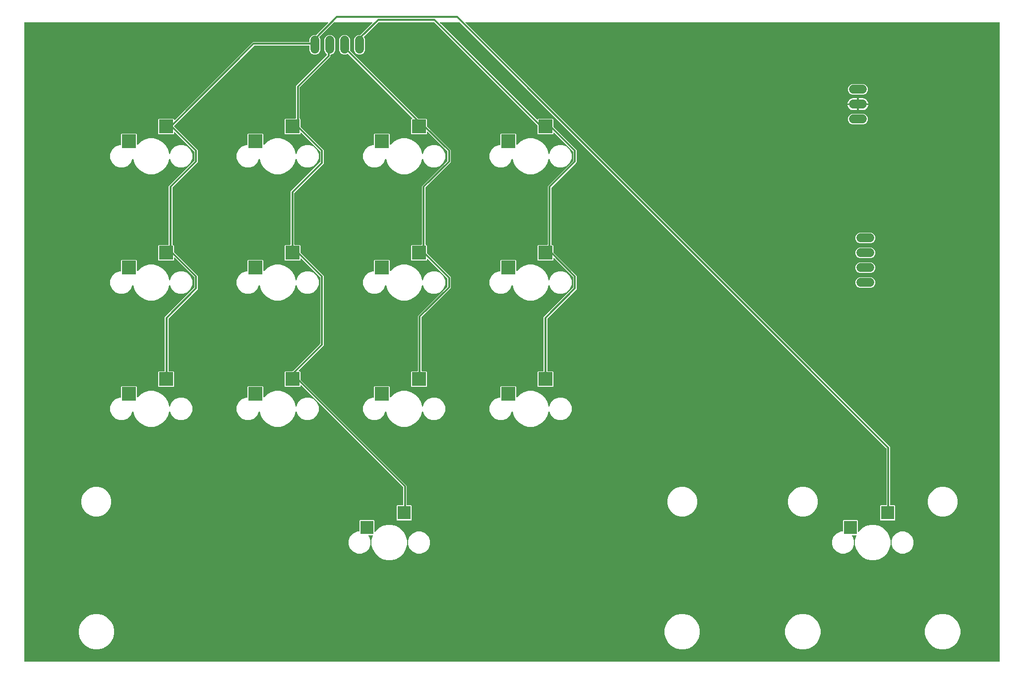
<source format=gtl>
G04 EAGLE Gerber RS-274X export*
G75*
%MOIN*%
%FSLAX36Y36*%
%LPD*%
%INTop Copper Layer*%
%IPPOS*%
%AMOC8*
5,1,8,0,0,1.08239X$1,22.5*%
G01*
%ADD10C,0.060000*%
%ADD11R,0.094488X0.094488*%
%ADD12R,0.088583X0.088583*%
%ADD13C,0.012000*%

G36*
X6650077Y97013D02*
X6650077Y97013D01*
X6650154Y97005D01*
X6650553Y97091D01*
X6650956Y97157D01*
X6651024Y97193D01*
X6651100Y97210D01*
X6651452Y97419D01*
X6651812Y97610D01*
X6651866Y97666D01*
X6651932Y97706D01*
X6652198Y98016D01*
X6652480Y98313D01*
X6652512Y98383D01*
X6652563Y98442D01*
X6652716Y98820D01*
X6652888Y99191D01*
X6652897Y99268D01*
X6652926Y99340D01*
X6652999Y100000D01*
X6652999Y4400000D01*
X6652987Y4400077D01*
X6652995Y4400154D01*
X6652909Y4400553D01*
X6652843Y4400956D01*
X6652807Y4401024D01*
X6652790Y4401100D01*
X6652581Y4401452D01*
X6652390Y4401812D01*
X6652334Y4401866D01*
X6652294Y4401932D01*
X6651984Y4402198D01*
X6651688Y4402480D01*
X6651617Y4402512D01*
X6651558Y4402563D01*
X6651180Y4402716D01*
X6650809Y4402888D01*
X6650732Y4402897D01*
X6650660Y4402926D01*
X6650000Y4402999D01*
X3064213Y4402999D01*
X3063935Y4402954D01*
X3063653Y4402946D01*
X3063460Y4402876D01*
X3063257Y4402843D01*
X3063008Y4402711D01*
X3062743Y4402614D01*
X3062582Y4402486D01*
X3062401Y4402390D01*
X3062207Y4402186D01*
X3061986Y4402009D01*
X3061875Y4401836D01*
X3061734Y4401688D01*
X3061615Y4401432D01*
X3061462Y4401195D01*
X3061412Y4400996D01*
X3061325Y4400809D01*
X3061294Y4400529D01*
X3061225Y4400256D01*
X3061241Y4400051D01*
X3061218Y4399846D01*
X3061278Y4399570D01*
X3061299Y4399290D01*
X3061379Y4399101D01*
X3061423Y4398900D01*
X3061567Y4398658D01*
X3061678Y4398398D01*
X3061854Y4398177D01*
X3061919Y4398068D01*
X3061990Y4398007D01*
X3062092Y4397879D01*
X5916001Y1543971D01*
X5916001Y1153291D01*
X5916013Y1153215D01*
X5916005Y1153138D01*
X5916091Y1152738D01*
X5916157Y1152335D01*
X5916193Y1152267D01*
X5916210Y1152191D01*
X5916419Y1151840D01*
X5916610Y1151479D01*
X5916666Y1151426D01*
X5916706Y1151359D01*
X5917016Y1151093D01*
X5917312Y1150812D01*
X5917383Y1150779D01*
X5917442Y1150728D01*
X5917820Y1150576D01*
X5918191Y1150403D01*
X5918268Y1150395D01*
X5918340Y1150366D01*
X5919000Y1150292D01*
X5946777Y1150292D01*
X5950292Y1146777D01*
X5950292Y1053223D01*
X5946777Y1049708D01*
X5853223Y1049708D01*
X5849708Y1053223D01*
X5849708Y1146777D01*
X5853223Y1150292D01*
X5889000Y1150292D01*
X5889077Y1150305D01*
X5889154Y1150296D01*
X5889553Y1150383D01*
X5889956Y1150448D01*
X5890024Y1150485D01*
X5890100Y1150501D01*
X5890452Y1150711D01*
X5890812Y1150901D01*
X5890866Y1150958D01*
X5890932Y1150997D01*
X5891198Y1151307D01*
X5891480Y1151604D01*
X5891512Y1151674D01*
X5891563Y1151733D01*
X5891716Y1152112D01*
X5891888Y1152482D01*
X5891897Y1152559D01*
X5891926Y1152631D01*
X5891999Y1153291D01*
X5891999Y1532787D01*
X5891941Y1533141D01*
X5891914Y1533497D01*
X5891864Y1533615D01*
X5891843Y1533743D01*
X5891675Y1534059D01*
X5891536Y1534389D01*
X5891433Y1534517D01*
X5891390Y1534599D01*
X5891297Y1534687D01*
X5891121Y1534907D01*
X3023908Y4402121D01*
X3023617Y4402330D01*
X3023345Y4402563D01*
X3023225Y4402611D01*
X3023121Y4402686D01*
X3022779Y4402791D01*
X3022447Y4402926D01*
X3022285Y4402944D01*
X3022195Y4402971D01*
X3022067Y4402968D01*
X3021787Y4402999D01*
X2893213Y4402999D01*
X2892935Y4402954D01*
X2892653Y4402946D01*
X2892460Y4402876D01*
X2892257Y4402843D01*
X2892008Y4402711D01*
X2891743Y4402614D01*
X2891582Y4402486D01*
X2891401Y4402390D01*
X2891207Y4402186D01*
X2890986Y4402009D01*
X2890875Y4401836D01*
X2890734Y4401688D01*
X2890615Y4401432D01*
X2890462Y4401195D01*
X2890412Y4400996D01*
X2890325Y4400809D01*
X2890294Y4400529D01*
X2890225Y4400256D01*
X2890241Y4400051D01*
X2890218Y4399846D01*
X2890278Y4399570D01*
X2890299Y4399290D01*
X2890379Y4399101D01*
X2890423Y4398900D01*
X2890567Y4398658D01*
X2890678Y4398398D01*
X2890854Y4398177D01*
X2890919Y4398068D01*
X2890990Y4398007D01*
X2891092Y4397879D01*
X3541635Y3747336D01*
X3541864Y3747172D01*
X3542068Y3746977D01*
X3542255Y3746891D01*
X3542422Y3746771D01*
X3542691Y3746688D01*
X3542947Y3746569D01*
X3543151Y3746546D01*
X3543348Y3746486D01*
X3543629Y3746493D01*
X3543910Y3746462D01*
X3544111Y3746505D01*
X3544316Y3746511D01*
X3544581Y3746607D01*
X3544856Y3746667D01*
X3545033Y3746772D01*
X3545226Y3746843D01*
X3545446Y3747019D01*
X3545688Y3747163D01*
X3545822Y3747319D01*
X3545983Y3747448D01*
X3546135Y3747685D01*
X3546319Y3747899D01*
X3546396Y3748090D01*
X3546507Y3748262D01*
X3546576Y3748536D01*
X3546682Y3748797D01*
X3546713Y3749077D01*
X3546744Y3749202D01*
X3546737Y3749295D01*
X3546755Y3749457D01*
X3546755Y3749730D01*
X3550270Y3753245D01*
X3649730Y3753245D01*
X3653245Y3749730D01*
X3653245Y3699969D01*
X3653303Y3699615D01*
X3653330Y3699259D01*
X3653380Y3699140D01*
X3653401Y3699013D01*
X3653569Y3698697D01*
X3653708Y3698367D01*
X3653811Y3698239D01*
X3653854Y3698157D01*
X3653947Y3698069D01*
X3654123Y3697848D01*
X3810001Y3541971D01*
X3810001Y3460029D01*
X3802093Y3452121D01*
X3802092Y3452121D01*
X3639879Y3289907D01*
X3639670Y3289617D01*
X3639437Y3289345D01*
X3639389Y3289225D01*
X3639314Y3289121D01*
X3639208Y3288779D01*
X3639074Y3288447D01*
X3639056Y3288284D01*
X3639029Y3288195D01*
X3639032Y3288067D01*
X3639001Y3287787D01*
X3639001Y2906244D01*
X3639013Y2906167D01*
X3639005Y2906090D01*
X3639091Y2905691D01*
X3639157Y2905288D01*
X3639193Y2905219D01*
X3639210Y2905144D01*
X3639419Y2904792D01*
X3639610Y2904432D01*
X3639666Y2904378D01*
X3639706Y2904312D01*
X3640016Y2904046D01*
X3640312Y2903764D01*
X3640383Y2903732D01*
X3640442Y2903681D01*
X3640820Y2903528D01*
X3641191Y2903356D01*
X3641268Y2903347D01*
X3641340Y2903318D01*
X3642000Y2903245D01*
X3649730Y2903245D01*
X3653245Y2899730D01*
X3653245Y2853969D01*
X3653303Y2853615D01*
X3653330Y2853259D01*
X3653380Y2853140D01*
X3653401Y2853013D01*
X3653569Y2852697D01*
X3653708Y2852367D01*
X3653811Y2852239D01*
X3653854Y2852157D01*
X3653947Y2852069D01*
X3654123Y2851848D01*
X3810001Y2695971D01*
X3810001Y2605029D01*
X3612879Y2407907D01*
X3612670Y2407617D01*
X3612437Y2407345D01*
X3612389Y2407225D01*
X3612314Y2407121D01*
X3612208Y2406779D01*
X3612074Y2406447D01*
X3612056Y2406284D01*
X3612029Y2406195D01*
X3612032Y2406067D01*
X3612001Y2405787D01*
X3612001Y2056244D01*
X3612013Y2056167D01*
X3612005Y2056090D01*
X3612091Y2055691D01*
X3612157Y2055288D01*
X3612193Y2055219D01*
X3612210Y2055144D01*
X3612419Y2054792D01*
X3612610Y2054432D01*
X3612666Y2054378D01*
X3612706Y2054312D01*
X3613016Y2054046D01*
X3613312Y2053764D01*
X3613383Y2053732D01*
X3613442Y2053681D01*
X3613820Y2053528D01*
X3614191Y2053356D01*
X3614268Y2053347D01*
X3614340Y2053318D01*
X3615000Y2053245D01*
X3649730Y2053245D01*
X3653245Y2049730D01*
X3653245Y1950270D01*
X3649730Y1946755D01*
X3550270Y1946755D01*
X3546755Y1950270D01*
X3546755Y2049730D01*
X3550270Y2053245D01*
X3585000Y2053245D01*
X3585077Y2053257D01*
X3585154Y2053249D01*
X3585553Y2053335D01*
X3585956Y2053401D01*
X3586024Y2053437D01*
X3586100Y2053454D01*
X3586452Y2053663D01*
X3586812Y2053854D01*
X3586866Y2053910D01*
X3586932Y2053950D01*
X3587198Y2054260D01*
X3587480Y2054556D01*
X3587512Y2054627D01*
X3587563Y2054686D01*
X3587716Y2055064D01*
X3587888Y2055435D01*
X3587897Y2055512D01*
X3587926Y2055584D01*
X3587999Y2056244D01*
X3587999Y2416971D01*
X3785121Y2614092D01*
X3785330Y2614383D01*
X3785563Y2614655D01*
X3785611Y2614775D01*
X3785686Y2614879D01*
X3785791Y2615221D01*
X3785926Y2615553D01*
X3785944Y2615715D01*
X3785971Y2615805D01*
X3785968Y2615933D01*
X3785999Y2616213D01*
X3785999Y2684787D01*
X3785941Y2685141D01*
X3785914Y2685497D01*
X3785864Y2685615D01*
X3785843Y2685743D01*
X3785675Y2686059D01*
X3785536Y2686389D01*
X3785433Y2686517D01*
X3785390Y2686599D01*
X3785297Y2686687D01*
X3785121Y2686907D01*
X3658365Y2813664D01*
X3658136Y2813828D01*
X3657931Y2814022D01*
X3657745Y2814109D01*
X3657578Y2814229D01*
X3657309Y2814312D01*
X3657053Y2814431D01*
X3656849Y2814454D01*
X3656652Y2814514D01*
X3656370Y2814507D01*
X3656090Y2814538D01*
X3655889Y2814495D01*
X3655684Y2814489D01*
X3655419Y2814393D01*
X3655144Y2814333D01*
X3654967Y2814228D01*
X3654774Y2814157D01*
X3654554Y2813981D01*
X3654312Y2813837D01*
X3654178Y2813680D01*
X3654017Y2813552D01*
X3653865Y2813315D01*
X3653681Y2813101D01*
X3653604Y2812910D01*
X3653493Y2812738D01*
X3653424Y2812464D01*
X3653318Y2812203D01*
X3653287Y2811922D01*
X3653256Y2811798D01*
X3653263Y2811705D01*
X3653245Y2811543D01*
X3653245Y2800270D01*
X3649730Y2796755D01*
X3550270Y2796755D01*
X3546755Y2800270D01*
X3546755Y2899730D01*
X3550270Y2903245D01*
X3612000Y2903245D01*
X3612077Y2903257D01*
X3612154Y2903249D01*
X3612553Y2903335D01*
X3612956Y2903401D01*
X3613024Y2903437D01*
X3613100Y2903454D01*
X3613452Y2903663D01*
X3613812Y2903854D01*
X3613866Y2903910D01*
X3613932Y2903950D01*
X3614198Y2904260D01*
X3614480Y2904556D01*
X3614512Y2904627D01*
X3614563Y2904686D01*
X3614716Y2905064D01*
X3614888Y2905435D01*
X3614897Y2905512D01*
X3614926Y2905584D01*
X3614999Y2906244D01*
X3614999Y3298971D01*
X3785121Y3469092D01*
X3785292Y3469330D01*
X3785437Y3469483D01*
X3785462Y3469538D01*
X3785563Y3469655D01*
X3785611Y3469774D01*
X3785686Y3469879D01*
X3785791Y3470221D01*
X3785926Y3470553D01*
X3785944Y3470715D01*
X3785971Y3470805D01*
X3785968Y3470933D01*
X3785999Y3471213D01*
X3785999Y3530787D01*
X3785941Y3531141D01*
X3785914Y3531497D01*
X3785864Y3531615D01*
X3785843Y3531743D01*
X3785675Y3532059D01*
X3785536Y3532389D01*
X3785433Y3532517D01*
X3785390Y3532599D01*
X3785297Y3532687D01*
X3785121Y3532907D01*
X3658365Y3659664D01*
X3658136Y3659828D01*
X3657931Y3660022D01*
X3657745Y3660109D01*
X3657578Y3660229D01*
X3657309Y3660312D01*
X3657053Y3660431D01*
X3656849Y3660454D01*
X3656652Y3660514D01*
X3656370Y3660507D01*
X3656090Y3660538D01*
X3655889Y3660495D01*
X3655684Y3660489D01*
X3655419Y3660393D01*
X3655144Y3660333D01*
X3654967Y3660228D01*
X3654774Y3660157D01*
X3654554Y3659981D01*
X3654312Y3659837D01*
X3654178Y3659680D01*
X3654017Y3659552D01*
X3653865Y3659315D01*
X3653681Y3659101D01*
X3653604Y3658910D01*
X3653493Y3658738D01*
X3653424Y3658464D01*
X3653318Y3658203D01*
X3653287Y3657922D01*
X3653256Y3657798D01*
X3653263Y3657705D01*
X3653245Y3657543D01*
X3653245Y3650270D01*
X3649730Y3646755D01*
X3550270Y3646755D01*
X3546755Y3650270D01*
X3546755Y3707031D01*
X3546697Y3707385D01*
X3546670Y3707741D01*
X3546619Y3707859D01*
X3546599Y3707987D01*
X3546431Y3708303D01*
X3546291Y3708633D01*
X3546189Y3708761D01*
X3546146Y3708843D01*
X3546053Y3708931D01*
X3545877Y3709152D01*
X2852908Y4402121D01*
X2852617Y4402330D01*
X2852345Y4402563D01*
X2852225Y4402611D01*
X2852121Y4402686D01*
X2851779Y4402791D01*
X2851447Y4402926D01*
X2851285Y4402944D01*
X2851195Y4402971D01*
X2851067Y4402968D01*
X2850787Y4402999D01*
X2477213Y4402999D01*
X2476859Y4402941D01*
X2476503Y4402914D01*
X2476384Y4402864D01*
X2476257Y4402843D01*
X2475941Y4402675D01*
X2475611Y4402536D01*
X2475483Y4402433D01*
X2475401Y4402390D01*
X2475313Y4402297D01*
X2475092Y4402121D01*
X2379063Y4306091D01*
X2379017Y4306028D01*
X2378957Y4305980D01*
X2378736Y4305636D01*
X2378497Y4305305D01*
X2378475Y4305231D01*
X2378432Y4305165D01*
X2378332Y4304769D01*
X2378212Y4304379D01*
X2378214Y4304301D01*
X2378195Y4304226D01*
X2378227Y4303819D01*
X2378237Y4303410D01*
X2378264Y4303337D01*
X2378270Y4303260D01*
X2378429Y4302885D01*
X2378569Y4302500D01*
X2378618Y4302439D01*
X2378648Y4302368D01*
X2379063Y4301850D01*
X2380520Y4300393D01*
X2386001Y4287161D01*
X2386001Y4212839D01*
X2380520Y4199607D01*
X2370393Y4189480D01*
X2357161Y4183999D01*
X2342839Y4183999D01*
X2329607Y4189480D01*
X2319480Y4199607D01*
X2313999Y4212839D01*
X2313999Y4287161D01*
X2319480Y4300393D01*
X2329607Y4310520D01*
X2342839Y4316001D01*
X2353787Y4316001D01*
X2354141Y4316059D01*
X2354497Y4316086D01*
X2354615Y4316136D01*
X2354743Y4316157D01*
X2355059Y4316324D01*
X2355389Y4316464D01*
X2355517Y4316567D01*
X2355599Y4316610D01*
X2355687Y4316703D01*
X2355907Y4316879D01*
X2436908Y4397879D01*
X2437072Y4398108D01*
X2437266Y4398313D01*
X2437353Y4398499D01*
X2437473Y4398666D01*
X2437556Y4398935D01*
X2437675Y4399191D01*
X2437698Y4399395D01*
X2437758Y4399592D01*
X2437751Y4399874D01*
X2437782Y4400154D01*
X2437739Y4400355D01*
X2437733Y4400560D01*
X2437637Y4400825D01*
X2437577Y4401100D01*
X2437472Y4401277D01*
X2437401Y4401470D01*
X2437225Y4401691D01*
X2437081Y4401932D01*
X2436925Y4402066D01*
X2436796Y4402227D01*
X2436559Y4402379D01*
X2436345Y4402563D01*
X2436154Y4402640D01*
X2435982Y4402751D01*
X2435708Y4402820D01*
X2435447Y4402926D01*
X2435166Y4402957D01*
X2435042Y4402988D01*
X2434949Y4402981D01*
X2434787Y4402999D01*
X2180213Y4402999D01*
X2179859Y4402941D01*
X2179503Y4402914D01*
X2179384Y4402864D01*
X2179257Y4402843D01*
X2178941Y4402675D01*
X2178611Y4402536D01*
X2178483Y4402433D01*
X2178401Y4402390D01*
X2178313Y4402297D01*
X2178092Y4402121D01*
X2080563Y4304591D01*
X2080517Y4304528D01*
X2080457Y4304479D01*
X2080236Y4304136D01*
X2079997Y4303805D01*
X2079975Y4303730D01*
X2079932Y4303665D01*
X2079832Y4303268D01*
X2079712Y4302879D01*
X2079714Y4302801D01*
X2079695Y4302726D01*
X2079727Y4302317D01*
X2079737Y4301910D01*
X2079764Y4301838D01*
X2079770Y4301760D01*
X2079930Y4301383D01*
X2080069Y4301000D01*
X2080118Y4300940D01*
X2080148Y4300868D01*
X2080511Y4300415D01*
X2086001Y4287161D01*
X2086001Y4212839D01*
X2080520Y4199607D01*
X2070393Y4189480D01*
X2057161Y4183999D01*
X2042839Y4183999D01*
X2029607Y4189480D01*
X2019480Y4199607D01*
X2013999Y4212839D01*
X2013999Y4242000D01*
X2013988Y4242069D01*
X2013995Y4242134D01*
X2013994Y4242141D01*
X2013995Y4242154D01*
X2013909Y4242553D01*
X2013843Y4242956D01*
X2013807Y4243024D01*
X2013790Y4243100D01*
X2013581Y4243452D01*
X2013390Y4243812D01*
X2013334Y4243866D01*
X2013294Y4243932D01*
X2012984Y4244198D01*
X2012688Y4244480D01*
X2012617Y4244512D01*
X2012558Y4244563D01*
X2012180Y4244716D01*
X2011809Y4244888D01*
X2011732Y4244897D01*
X2011660Y4244926D01*
X2011000Y4244999D01*
X1644213Y4244999D01*
X1643859Y4244941D01*
X1643503Y4244914D01*
X1643384Y4244864D01*
X1643257Y4244843D01*
X1642941Y4244675D01*
X1642611Y4244536D01*
X1642483Y4244433D01*
X1642401Y4244390D01*
X1642383Y4244371D01*
X1642382Y4244370D01*
X1642309Y4244294D01*
X1642092Y4244121D01*
X1104123Y3706152D01*
X1103914Y3705861D01*
X1103681Y3705589D01*
X1103633Y3705469D01*
X1103558Y3705365D01*
X1103453Y3705023D01*
X1103318Y3704691D01*
X1103300Y3704529D01*
X1103273Y3704439D01*
X1103276Y3704311D01*
X1103245Y3704031D01*
X1103245Y3702969D01*
X1103303Y3702615D01*
X1103330Y3702259D01*
X1103380Y3702140D01*
X1103401Y3702013D01*
X1103569Y3701697D01*
X1103708Y3701367D01*
X1103811Y3701239D01*
X1103854Y3701157D01*
X1103947Y3701069D01*
X1104123Y3700848D01*
X1263001Y3541971D01*
X1263001Y3460029D01*
X1092879Y3289907D01*
X1092670Y3289617D01*
X1092437Y3289345D01*
X1092389Y3289225D01*
X1092314Y3289121D01*
X1092208Y3288779D01*
X1092074Y3288447D01*
X1092056Y3288284D01*
X1092029Y3288195D01*
X1092032Y3288067D01*
X1092001Y3287787D01*
X1092001Y2906244D01*
X1092013Y2906167D01*
X1092005Y2906090D01*
X1092091Y2905691D01*
X1092157Y2905288D01*
X1092193Y2905219D01*
X1092210Y2905144D01*
X1092419Y2904792D01*
X1092610Y2904432D01*
X1092666Y2904378D01*
X1092706Y2904312D01*
X1093016Y2904046D01*
X1093312Y2903764D01*
X1093383Y2903732D01*
X1093442Y2903681D01*
X1093820Y2903528D01*
X1094191Y2903356D01*
X1094268Y2903347D01*
X1094340Y2903318D01*
X1095000Y2903245D01*
X1099730Y2903245D01*
X1103245Y2899730D01*
X1103245Y2856969D01*
X1103303Y2856615D01*
X1103330Y2856259D01*
X1103380Y2856140D01*
X1103401Y2856013D01*
X1103569Y2855697D01*
X1103708Y2855367D01*
X1103811Y2855239D01*
X1103854Y2855157D01*
X1103947Y2855069D01*
X1104123Y2854848D01*
X1263001Y2695971D01*
X1263001Y2605029D01*
X1065879Y2407907D01*
X1065670Y2407617D01*
X1065437Y2407345D01*
X1065389Y2407225D01*
X1065314Y2407121D01*
X1065208Y2406779D01*
X1065074Y2406447D01*
X1065056Y2406284D01*
X1065029Y2406195D01*
X1065032Y2406067D01*
X1065001Y2405787D01*
X1065001Y2056244D01*
X1065013Y2056167D01*
X1065005Y2056090D01*
X1065091Y2055691D01*
X1065157Y2055288D01*
X1065193Y2055219D01*
X1065210Y2055144D01*
X1065419Y2054792D01*
X1065610Y2054432D01*
X1065666Y2054378D01*
X1065706Y2054312D01*
X1066016Y2054046D01*
X1066312Y2053764D01*
X1066383Y2053732D01*
X1066442Y2053681D01*
X1066820Y2053528D01*
X1067191Y2053356D01*
X1067268Y2053347D01*
X1067340Y2053318D01*
X1068000Y2053245D01*
X1099730Y2053245D01*
X1103245Y2049730D01*
X1103245Y1950270D01*
X1099730Y1946755D01*
X1000270Y1946755D01*
X996755Y1950270D01*
X996755Y2049730D01*
X1000270Y2053245D01*
X1038000Y2053245D01*
X1038077Y2053257D01*
X1038154Y2053249D01*
X1038553Y2053335D01*
X1038956Y2053401D01*
X1039024Y2053437D01*
X1039100Y2053454D01*
X1039452Y2053663D01*
X1039812Y2053854D01*
X1039866Y2053910D01*
X1039932Y2053950D01*
X1040198Y2054260D01*
X1040480Y2054556D01*
X1040512Y2054627D01*
X1040563Y2054686D01*
X1040716Y2055064D01*
X1040888Y2055435D01*
X1040897Y2055512D01*
X1040926Y2055584D01*
X1040999Y2056244D01*
X1040999Y2416971D01*
X1238121Y2614092D01*
X1238330Y2614383D01*
X1238563Y2614655D01*
X1238611Y2614775D01*
X1238686Y2614879D01*
X1238791Y2615221D01*
X1238926Y2615553D01*
X1238944Y2615715D01*
X1238971Y2615805D01*
X1238968Y2615933D01*
X1238999Y2616213D01*
X1238999Y2684787D01*
X1238941Y2685141D01*
X1238914Y2685497D01*
X1238864Y2685615D01*
X1238843Y2685743D01*
X1238675Y2686059D01*
X1238536Y2686389D01*
X1238433Y2686517D01*
X1238390Y2686599D01*
X1238297Y2686687D01*
X1238121Y2686907D01*
X1108365Y2816664D01*
X1108136Y2816828D01*
X1107931Y2817022D01*
X1107745Y2817109D01*
X1107578Y2817229D01*
X1107309Y2817312D01*
X1107053Y2817431D01*
X1106849Y2817454D01*
X1106652Y2817514D01*
X1106370Y2817507D01*
X1106090Y2817538D01*
X1105889Y2817495D01*
X1105684Y2817489D01*
X1105419Y2817393D01*
X1105144Y2817333D01*
X1104967Y2817228D01*
X1104774Y2817157D01*
X1104554Y2816981D01*
X1104312Y2816837D01*
X1104178Y2816680D01*
X1104017Y2816552D01*
X1103865Y2816315D01*
X1103681Y2816101D01*
X1103604Y2815910D01*
X1103493Y2815738D01*
X1103424Y2815464D01*
X1103318Y2815203D01*
X1103287Y2814922D01*
X1103256Y2814798D01*
X1103263Y2814705D01*
X1103245Y2814543D01*
X1103245Y2800270D01*
X1099730Y2796755D01*
X1000270Y2796755D01*
X996755Y2800270D01*
X996755Y2899730D01*
X1000270Y2903245D01*
X1065000Y2903245D01*
X1065077Y2903257D01*
X1065154Y2903249D01*
X1065553Y2903335D01*
X1065956Y2903401D01*
X1066024Y2903437D01*
X1066100Y2903454D01*
X1066452Y2903663D01*
X1066812Y2903854D01*
X1066866Y2903910D01*
X1066932Y2903950D01*
X1067198Y2904260D01*
X1067480Y2904556D01*
X1067512Y2904627D01*
X1067563Y2904686D01*
X1067716Y2905064D01*
X1067888Y2905435D01*
X1067897Y2905512D01*
X1067926Y2905584D01*
X1067999Y2906244D01*
X1067999Y3298971D01*
X1238121Y3469092D01*
X1238292Y3469330D01*
X1238437Y3469483D01*
X1238462Y3469538D01*
X1238563Y3469655D01*
X1238611Y3469775D01*
X1238686Y3469879D01*
X1238791Y3470221D01*
X1238926Y3470553D01*
X1238944Y3470715D01*
X1238971Y3470805D01*
X1238968Y3470933D01*
X1238999Y3471213D01*
X1238999Y3530787D01*
X1238941Y3531141D01*
X1238914Y3531497D01*
X1238864Y3531615D01*
X1238843Y3531743D01*
X1238675Y3532059D01*
X1238536Y3532389D01*
X1238433Y3532517D01*
X1238390Y3532599D01*
X1238297Y3532687D01*
X1238121Y3532907D01*
X1108365Y3662664D01*
X1108136Y3662828D01*
X1107931Y3663022D01*
X1107745Y3663109D01*
X1107578Y3663229D01*
X1107309Y3663312D01*
X1107053Y3663431D01*
X1106849Y3663454D01*
X1106652Y3663514D01*
X1106370Y3663507D01*
X1106090Y3663538D01*
X1105889Y3663495D01*
X1105684Y3663489D01*
X1105419Y3663393D01*
X1105144Y3663333D01*
X1104967Y3663228D01*
X1104774Y3663157D01*
X1104554Y3662981D01*
X1104312Y3662837D01*
X1104178Y3662680D01*
X1104017Y3662552D01*
X1103865Y3662315D01*
X1103681Y3662101D01*
X1103604Y3661910D01*
X1103493Y3661738D01*
X1103424Y3661464D01*
X1103318Y3661203D01*
X1103287Y3660922D01*
X1103256Y3660798D01*
X1103263Y3660705D01*
X1103245Y3660543D01*
X1103245Y3650270D01*
X1099730Y3646755D01*
X1000270Y3646755D01*
X996755Y3650270D01*
X996755Y3749730D01*
X1000270Y3753245D01*
X1099730Y3753245D01*
X1103245Y3749730D01*
X1103245Y3746457D01*
X1103290Y3746179D01*
X1103297Y3745897D01*
X1103368Y3745704D01*
X1103401Y3745501D01*
X1103533Y3745252D01*
X1103630Y3744987D01*
X1103758Y3744826D01*
X1103854Y3744645D01*
X1104058Y3744451D01*
X1104235Y3744230D01*
X1104407Y3744119D01*
X1104556Y3743977D01*
X1104812Y3743859D01*
X1105049Y3743706D01*
X1105248Y3743656D01*
X1105435Y3743569D01*
X1105715Y3743538D01*
X1105988Y3743469D01*
X1106193Y3743484D01*
X1106398Y3743462D01*
X1106674Y3743522D01*
X1106954Y3743543D01*
X1107143Y3743623D01*
X1107344Y3743667D01*
X1107586Y3743811D01*
X1107846Y3743922D01*
X1108067Y3744098D01*
X1108176Y3744163D01*
X1108237Y3744234D01*
X1108365Y3744336D01*
X1633029Y4269001D01*
X2011000Y4269001D01*
X2011077Y4269013D01*
X2011154Y4269005D01*
X2011553Y4269091D01*
X2011956Y4269157D01*
X2012024Y4269193D01*
X2012100Y4269210D01*
X2012452Y4269419D01*
X2012812Y4269610D01*
X2012866Y4269666D01*
X2012932Y4269706D01*
X2013198Y4270016D01*
X2013480Y4270312D01*
X2013512Y4270383D01*
X2013563Y4270442D01*
X2013716Y4270820D01*
X2013888Y4271191D01*
X2013897Y4271268D01*
X2013926Y4271340D01*
X2013999Y4272000D01*
X2013999Y4287161D01*
X2019480Y4300393D01*
X2029607Y4310520D01*
X2042839Y4316001D01*
X2056787Y4316001D01*
X2057141Y4316059D01*
X2057497Y4316086D01*
X2057615Y4316136D01*
X2057743Y4316157D01*
X2058059Y4316324D01*
X2058389Y4316464D01*
X2058517Y4316567D01*
X2058599Y4316610D01*
X2058687Y4316703D01*
X2058907Y4316879D01*
X2139908Y4397879D01*
X2140072Y4398108D01*
X2140266Y4398313D01*
X2140353Y4398499D01*
X2140473Y4398666D01*
X2140556Y4398935D01*
X2140675Y4399191D01*
X2140698Y4399395D01*
X2140758Y4399592D01*
X2140751Y4399874D01*
X2140782Y4400154D01*
X2140739Y4400355D01*
X2140733Y4400560D01*
X2140637Y4400825D01*
X2140577Y4401100D01*
X2140472Y4401277D01*
X2140401Y4401470D01*
X2140225Y4401691D01*
X2140081Y4401932D01*
X2139925Y4402066D01*
X2139796Y4402227D01*
X2139559Y4402379D01*
X2139345Y4402563D01*
X2139154Y4402640D01*
X2138982Y4402751D01*
X2138708Y4402820D01*
X2138447Y4402926D01*
X2138166Y4402957D01*
X2138042Y4402988D01*
X2137949Y4402981D01*
X2137787Y4402999D01*
X100000Y4402999D01*
X99923Y4402987D01*
X99846Y4402995D01*
X99447Y4402909D01*
X99044Y4402843D01*
X98976Y4402807D01*
X98900Y4402790D01*
X98548Y4402581D01*
X98188Y4402390D01*
X98134Y4402334D01*
X98068Y4402294D01*
X97802Y4401984D01*
X97520Y4401688D01*
X97488Y4401617D01*
X97437Y4401558D01*
X97284Y4401180D01*
X97112Y4400809D01*
X97103Y4400732D01*
X97074Y4400660D01*
X97001Y4400000D01*
X97001Y100000D01*
X97013Y99923D01*
X97005Y99846D01*
X97091Y99447D01*
X97157Y99044D01*
X97193Y98976D01*
X97210Y98900D01*
X97419Y98548D01*
X97610Y98188D01*
X97666Y98134D01*
X97706Y98068D01*
X98016Y97802D01*
X98313Y97520D01*
X98383Y97488D01*
X98442Y97437D01*
X98820Y97284D01*
X99191Y97112D01*
X99268Y97103D01*
X99340Y97074D01*
X100000Y97001D01*
X6650000Y97001D01*
X6650077Y97013D01*
G37*
%LPC*%
G36*
X2603223Y1049708D02*
X2603223Y1049708D01*
X2599708Y1053223D01*
X2599708Y1146777D01*
X2603223Y1150292D01*
X2640000Y1150292D01*
X2640077Y1150305D01*
X2640154Y1150296D01*
X2640553Y1150383D01*
X2640956Y1150448D01*
X2641024Y1150485D01*
X2641100Y1150501D01*
X2641452Y1150711D01*
X2641812Y1150901D01*
X2641866Y1150958D01*
X2641932Y1150997D01*
X2642198Y1151307D01*
X2642480Y1151604D01*
X2642512Y1151674D01*
X2642563Y1151733D01*
X2642716Y1152112D01*
X2642888Y1152482D01*
X2642897Y1152559D01*
X2642926Y1152631D01*
X2642999Y1153291D01*
X2642999Y1271787D01*
X2642941Y1272141D01*
X2642914Y1272497D01*
X2642864Y1272615D01*
X2642843Y1272743D01*
X2642675Y1273059D01*
X2642536Y1273389D01*
X2642433Y1273517D01*
X2642390Y1273599D01*
X2642297Y1273687D01*
X2642121Y1273907D01*
X1958365Y1957664D01*
X1958136Y1957828D01*
X1957931Y1958022D01*
X1957745Y1958109D01*
X1957578Y1958229D01*
X1957309Y1958312D01*
X1957053Y1958431D01*
X1956849Y1958454D01*
X1956652Y1958514D01*
X1956370Y1958507D01*
X1956090Y1958538D01*
X1955889Y1958495D01*
X1955684Y1958489D01*
X1955419Y1958393D01*
X1955144Y1958333D01*
X1954967Y1958228D01*
X1954774Y1958157D01*
X1954553Y1957981D01*
X1954312Y1957837D01*
X1954178Y1957681D01*
X1954017Y1957552D01*
X1953865Y1957315D01*
X1953681Y1957101D01*
X1953604Y1956910D01*
X1953493Y1956738D01*
X1953424Y1956464D01*
X1953318Y1956203D01*
X1953287Y1955922D01*
X1953256Y1955798D01*
X1953263Y1955705D01*
X1953245Y1955543D01*
X1953245Y1950270D01*
X1949730Y1946755D01*
X1850270Y1946755D01*
X1846755Y1950270D01*
X1846755Y2049730D01*
X1850270Y2053245D01*
X1900031Y2053245D01*
X1900385Y2053303D01*
X1900741Y2053330D01*
X1900859Y2053380D01*
X1900987Y2053401D01*
X1901303Y2053569D01*
X1901633Y2053708D01*
X1901761Y2053811D01*
X1901843Y2053854D01*
X1901931Y2053947D01*
X1902152Y2054123D01*
X2084121Y2236092D01*
X2084330Y2236383D01*
X2084563Y2236655D01*
X2084611Y2236775D01*
X2084686Y2236879D01*
X2084791Y2237221D01*
X2084926Y2237553D01*
X2084944Y2237715D01*
X2084971Y2237805D01*
X2084968Y2237933D01*
X2084999Y2238213D01*
X2084999Y2684787D01*
X2084941Y2685141D01*
X2084914Y2685497D01*
X2084864Y2685615D01*
X2084843Y2685743D01*
X2084675Y2686059D01*
X2084536Y2686389D01*
X2084433Y2686517D01*
X2084390Y2686599D01*
X2084297Y2686687D01*
X2084121Y2686907D01*
X1958365Y2812664D01*
X1958136Y2812828D01*
X1957931Y2813022D01*
X1957745Y2813109D01*
X1957578Y2813229D01*
X1957309Y2813312D01*
X1957053Y2813431D01*
X1956849Y2813454D01*
X1956652Y2813514D01*
X1956370Y2813507D01*
X1956090Y2813538D01*
X1955889Y2813495D01*
X1955684Y2813489D01*
X1955419Y2813393D01*
X1955144Y2813333D01*
X1954967Y2813228D01*
X1954774Y2813157D01*
X1954554Y2812981D01*
X1954312Y2812837D01*
X1954178Y2812680D01*
X1954017Y2812552D01*
X1953865Y2812315D01*
X1953681Y2812101D01*
X1953604Y2811910D01*
X1953493Y2811738D01*
X1953424Y2811464D01*
X1953318Y2811203D01*
X1953287Y2810922D01*
X1953256Y2810798D01*
X1953263Y2810705D01*
X1953245Y2810543D01*
X1953245Y2800270D01*
X1949730Y2796755D01*
X1850270Y2796755D01*
X1846755Y2800270D01*
X1846755Y2899730D01*
X1850270Y2903245D01*
X1884000Y2903245D01*
X1884077Y2903257D01*
X1884154Y2903249D01*
X1884553Y2903335D01*
X1884956Y2903401D01*
X1885024Y2903437D01*
X1885100Y2903454D01*
X1885452Y2903663D01*
X1885812Y2903854D01*
X1885866Y2903910D01*
X1885932Y2903950D01*
X1886198Y2904260D01*
X1886480Y2904556D01*
X1886512Y2904627D01*
X1886563Y2904686D01*
X1886716Y2905064D01*
X1886888Y2905435D01*
X1886897Y2905512D01*
X1886926Y2905584D01*
X1886999Y2906244D01*
X1886999Y3262971D01*
X2084121Y3460092D01*
X2084292Y3460330D01*
X2084439Y3460485D01*
X2084465Y3460541D01*
X2084563Y3460655D01*
X2084611Y3460775D01*
X2084686Y3460879D01*
X2084791Y3461221D01*
X2084926Y3461553D01*
X2084944Y3461715D01*
X2084971Y3461805D01*
X2084968Y3461933D01*
X2084999Y3462213D01*
X2084999Y3530787D01*
X2084941Y3531141D01*
X2084914Y3531497D01*
X2084864Y3531615D01*
X2084843Y3531743D01*
X2084675Y3532059D01*
X2084536Y3532389D01*
X2084433Y3532517D01*
X2084390Y3532599D01*
X2084297Y3532687D01*
X2084121Y3532907D01*
X1958365Y3658664D01*
X1958136Y3658828D01*
X1957931Y3659022D01*
X1957745Y3659109D01*
X1957578Y3659229D01*
X1957309Y3659312D01*
X1957053Y3659431D01*
X1956849Y3659454D01*
X1956652Y3659514D01*
X1956370Y3659507D01*
X1956090Y3659538D01*
X1955889Y3659495D01*
X1955684Y3659489D01*
X1955419Y3659393D01*
X1955144Y3659333D01*
X1954967Y3659228D01*
X1954774Y3659157D01*
X1954554Y3658981D01*
X1954312Y3658837D01*
X1954178Y3658680D01*
X1954017Y3658552D01*
X1953865Y3658315D01*
X1953681Y3658101D01*
X1953604Y3657910D01*
X1953493Y3657738D01*
X1953424Y3657464D01*
X1953318Y3657203D01*
X1953287Y3656922D01*
X1953256Y3656798D01*
X1953263Y3656705D01*
X1953245Y3656543D01*
X1953245Y3650270D01*
X1949730Y3646755D01*
X1850270Y3646755D01*
X1846755Y3650270D01*
X1846755Y3749730D01*
X1850270Y3753245D01*
X1920000Y3753245D01*
X1920077Y3753257D01*
X1920154Y3753249D01*
X1920553Y3753335D01*
X1920956Y3753401D01*
X1921024Y3753437D01*
X1921100Y3753454D01*
X1921452Y3753663D01*
X1921812Y3753854D01*
X1921866Y3753910D01*
X1921932Y3753950D01*
X1922198Y3754260D01*
X1922480Y3754556D01*
X1922512Y3754627D01*
X1922563Y3754686D01*
X1922716Y3755064D01*
X1922888Y3755435D01*
X1922897Y3755512D01*
X1922926Y3755584D01*
X1922999Y3756244D01*
X1922999Y3973971D01*
X2129121Y4180092D01*
X2129330Y4180383D01*
X2129563Y4180655D01*
X2129611Y4180775D01*
X2129686Y4180879D01*
X2129791Y4181221D01*
X2129926Y4181553D01*
X2129944Y4181715D01*
X2129971Y4181805D01*
X2129968Y4181933D01*
X2129999Y4182213D01*
X2129999Y4187846D01*
X2129941Y4188199D01*
X2129914Y4188556D01*
X2129864Y4188675D01*
X2129843Y4188802D01*
X2129676Y4189118D01*
X2129536Y4189448D01*
X2129433Y4189576D01*
X2129390Y4189658D01*
X2129297Y4189746D01*
X2129121Y4189967D01*
X2119480Y4199607D01*
X2113999Y4212839D01*
X2113999Y4287161D01*
X2119480Y4300393D01*
X2129607Y4310520D01*
X2142839Y4316001D01*
X2157161Y4316001D01*
X2170393Y4310520D01*
X2180520Y4300393D01*
X2186001Y4287161D01*
X2186001Y4212839D01*
X2180520Y4199607D01*
X2170393Y4189480D01*
X2157161Y4183999D01*
X2157000Y4183999D01*
X2156923Y4183987D01*
X2156846Y4183995D01*
X2156446Y4183909D01*
X2156044Y4183843D01*
X2155975Y4183807D01*
X2155899Y4183790D01*
X2155548Y4183581D01*
X2155188Y4183390D01*
X2155134Y4183334D01*
X2155068Y4183294D01*
X2154802Y4182984D01*
X2154520Y4182688D01*
X2154487Y4182617D01*
X2154437Y4182558D01*
X2154284Y4182180D01*
X2154112Y4181809D01*
X2154103Y4181732D01*
X2154074Y4181660D01*
X2154001Y4181000D01*
X2154001Y4171029D01*
X1947879Y3964907D01*
X1947670Y3964617D01*
X1947437Y3964345D01*
X1947389Y3964225D01*
X1947314Y3964121D01*
X1947208Y3963779D01*
X1947074Y3963447D01*
X1947056Y3963284D01*
X1947029Y3963195D01*
X1947032Y3963067D01*
X1947001Y3962787D01*
X1947001Y3756244D01*
X1947013Y3756167D01*
X1947005Y3756090D01*
X1947091Y3755691D01*
X1947157Y3755288D01*
X1947193Y3755219D01*
X1947210Y3755144D01*
X1947419Y3754792D01*
X1947610Y3754432D01*
X1947666Y3754378D01*
X1947706Y3754312D01*
X1948016Y3754046D01*
X1948312Y3753764D01*
X1948383Y3753732D01*
X1948442Y3753681D01*
X1948820Y3753528D01*
X1949191Y3753356D01*
X1949268Y3753347D01*
X1949340Y3753318D01*
X1949696Y3753279D01*
X1953245Y3749730D01*
X1953245Y3698969D01*
X1953303Y3698615D01*
X1953330Y3698259D01*
X1953380Y3698140D01*
X1953401Y3698013D01*
X1953569Y3697697D01*
X1953708Y3697367D01*
X1953811Y3697239D01*
X1953854Y3697157D01*
X1953947Y3697069D01*
X1954123Y3696848D01*
X2109001Y3541971D01*
X2109001Y3451029D01*
X1911879Y3253907D01*
X1911670Y3253617D01*
X1911437Y3253345D01*
X1911389Y3253225D01*
X1911314Y3253121D01*
X1911208Y3252779D01*
X1911074Y3252447D01*
X1911056Y3252284D01*
X1911029Y3252195D01*
X1911032Y3252067D01*
X1911001Y3251787D01*
X1911001Y2906244D01*
X1911013Y2906167D01*
X1911005Y2906090D01*
X1911091Y2905691D01*
X1911157Y2905288D01*
X1911193Y2905219D01*
X1911210Y2905144D01*
X1911419Y2904792D01*
X1911610Y2904432D01*
X1911666Y2904378D01*
X1911706Y2904312D01*
X1912016Y2904046D01*
X1912312Y2903764D01*
X1912383Y2903732D01*
X1912442Y2903681D01*
X1912820Y2903528D01*
X1913191Y2903356D01*
X1913268Y2903347D01*
X1913340Y2903318D01*
X1914000Y2903245D01*
X1949730Y2903245D01*
X1953245Y2899730D01*
X1953245Y2852969D01*
X1953303Y2852615D01*
X1953330Y2852259D01*
X1953380Y2852140D01*
X1953401Y2852013D01*
X1953569Y2851697D01*
X1953708Y2851367D01*
X1953811Y2851239D01*
X1953854Y2851157D01*
X1953947Y2851069D01*
X1954123Y2850848D01*
X2109001Y2695971D01*
X2109001Y2227029D01*
X1940336Y2058365D01*
X1940172Y2058136D01*
X1939977Y2057931D01*
X1939891Y2057745D01*
X1939771Y2057578D01*
X1939688Y2057309D01*
X1939569Y2057053D01*
X1939546Y2056849D01*
X1939486Y2056652D01*
X1939493Y2056370D01*
X1939462Y2056090D01*
X1939505Y2055889D01*
X1939511Y2055684D01*
X1939607Y2055419D01*
X1939667Y2055144D01*
X1939772Y2054967D01*
X1939843Y2054774D01*
X1940019Y2054553D01*
X1940163Y2054312D01*
X1940319Y2054178D01*
X1940448Y2054017D01*
X1940685Y2053865D01*
X1940899Y2053681D01*
X1941090Y2053604D01*
X1941262Y2053493D01*
X1941536Y2053424D01*
X1941797Y2053318D01*
X1942077Y2053287D01*
X1942202Y2053256D01*
X1942295Y2053263D01*
X1942457Y2053245D01*
X1949730Y2053245D01*
X1953245Y2049730D01*
X1953245Y1997969D01*
X1953303Y1997615D01*
X1953330Y1997259D01*
X1953380Y1997140D01*
X1953401Y1997013D01*
X1953569Y1996697D01*
X1953708Y1996367D01*
X1953811Y1996239D01*
X1953854Y1996157D01*
X1953947Y1996069D01*
X1954123Y1995848D01*
X2667001Y1282971D01*
X2667001Y1153291D01*
X2667013Y1153215D01*
X2667005Y1153138D01*
X2667091Y1152738D01*
X2667157Y1152335D01*
X2667193Y1152267D01*
X2667210Y1152191D01*
X2667419Y1151840D01*
X2667610Y1151479D01*
X2667666Y1151426D01*
X2667706Y1151359D01*
X2668016Y1151093D01*
X2668312Y1150812D01*
X2668383Y1150779D01*
X2668442Y1150728D01*
X2668820Y1150576D01*
X2669191Y1150403D01*
X2669268Y1150395D01*
X2669340Y1150366D01*
X2670000Y1150292D01*
X2696777Y1150292D01*
X2700292Y1146777D01*
X2700292Y1053223D01*
X2696777Y1049708D01*
X2603223Y1049708D01*
G37*
%LPD*%
%LPC*%
G36*
X2700270Y1946755D02*
X2700270Y1946755D01*
X2696755Y1950270D01*
X2696755Y2049730D01*
X2700270Y2053245D01*
X2739000Y2053245D01*
X2739077Y2053257D01*
X2739154Y2053249D01*
X2739553Y2053335D01*
X2739956Y2053401D01*
X2740024Y2053437D01*
X2740100Y2053454D01*
X2740452Y2053663D01*
X2740812Y2053854D01*
X2740866Y2053910D01*
X2740932Y2053950D01*
X2741198Y2054260D01*
X2741480Y2054556D01*
X2741512Y2054627D01*
X2741563Y2054686D01*
X2741716Y2055064D01*
X2741888Y2055435D01*
X2741897Y2055512D01*
X2741926Y2055584D01*
X2741999Y2056244D01*
X2741999Y2425971D01*
X2939121Y2623092D01*
X2939330Y2623383D01*
X2939563Y2623655D01*
X2939611Y2623775D01*
X2939686Y2623879D01*
X2939791Y2624221D01*
X2939926Y2624553D01*
X2939944Y2624715D01*
X2939971Y2624805D01*
X2939968Y2624933D01*
X2939999Y2625213D01*
X2939999Y2675787D01*
X2939941Y2676141D01*
X2939914Y2676497D01*
X2939864Y2676615D01*
X2939843Y2676743D01*
X2939675Y2677059D01*
X2939536Y2677389D01*
X2939433Y2677517D01*
X2939390Y2677599D01*
X2939297Y2677687D01*
X2939121Y2677907D01*
X2808365Y2808664D01*
X2808136Y2808828D01*
X2807931Y2809022D01*
X2807745Y2809109D01*
X2807578Y2809229D01*
X2807309Y2809312D01*
X2807053Y2809431D01*
X2806849Y2809454D01*
X2806652Y2809514D01*
X2806370Y2809507D01*
X2806090Y2809538D01*
X2805889Y2809495D01*
X2805684Y2809489D01*
X2805419Y2809393D01*
X2805144Y2809333D01*
X2804967Y2809228D01*
X2804774Y2809157D01*
X2804554Y2808981D01*
X2804312Y2808837D01*
X2804178Y2808680D01*
X2804017Y2808552D01*
X2803865Y2808315D01*
X2803681Y2808101D01*
X2803604Y2807910D01*
X2803493Y2807738D01*
X2803424Y2807464D01*
X2803318Y2807203D01*
X2803287Y2806922D01*
X2803256Y2806798D01*
X2803263Y2806705D01*
X2803245Y2806543D01*
X2803245Y2800270D01*
X2799730Y2796755D01*
X2700270Y2796755D01*
X2696755Y2800270D01*
X2696755Y2899730D01*
X2700270Y2903245D01*
X2766000Y2903245D01*
X2766077Y2903257D01*
X2766154Y2903249D01*
X2766553Y2903335D01*
X2766956Y2903401D01*
X2767024Y2903437D01*
X2767100Y2903454D01*
X2767452Y2903663D01*
X2767812Y2903854D01*
X2767866Y2903910D01*
X2767932Y2903950D01*
X2768198Y2904260D01*
X2768480Y2904556D01*
X2768512Y2904627D01*
X2768563Y2904686D01*
X2768716Y2905064D01*
X2768888Y2905435D01*
X2768897Y2905512D01*
X2768926Y2905584D01*
X2768999Y2906244D01*
X2768999Y3298971D01*
X2939121Y3469092D01*
X2939292Y3469330D01*
X2939437Y3469483D01*
X2939462Y3469538D01*
X2939563Y3469655D01*
X2939611Y3469775D01*
X2939686Y3469879D01*
X2939791Y3470221D01*
X2939926Y3470553D01*
X2939944Y3470715D01*
X2939971Y3470805D01*
X2939968Y3470933D01*
X2939999Y3471213D01*
X2939999Y3530787D01*
X2939941Y3531141D01*
X2939914Y3531497D01*
X2939864Y3531615D01*
X2939843Y3531743D01*
X2939675Y3532059D01*
X2939536Y3532389D01*
X2939433Y3532517D01*
X2939390Y3532599D01*
X2939297Y3532687D01*
X2939121Y3532907D01*
X2808365Y3663664D01*
X2808136Y3663828D01*
X2807931Y3664022D01*
X2807745Y3664109D01*
X2807578Y3664229D01*
X2807309Y3664312D01*
X2807053Y3664431D01*
X2806849Y3664454D01*
X2806652Y3664514D01*
X2806370Y3664507D01*
X2806090Y3664538D01*
X2805889Y3664495D01*
X2805684Y3664489D01*
X2805419Y3664393D01*
X2805144Y3664333D01*
X2804967Y3664228D01*
X2804774Y3664157D01*
X2804554Y3663981D01*
X2804312Y3663837D01*
X2804178Y3663680D01*
X2804017Y3663552D01*
X2803865Y3663315D01*
X2803681Y3663101D01*
X2803604Y3662910D01*
X2803493Y3662738D01*
X2803424Y3662464D01*
X2803318Y3662203D01*
X2803287Y3661922D01*
X2803256Y3661798D01*
X2803263Y3661705D01*
X2803245Y3661543D01*
X2803245Y3650270D01*
X2799730Y3646755D01*
X2700270Y3646755D01*
X2696755Y3650270D01*
X2696755Y3749730D01*
X2700270Y3753245D01*
X2702543Y3753245D01*
X2702821Y3753290D01*
X2703103Y3753297D01*
X2703296Y3753368D01*
X2703499Y3753401D01*
X2703748Y3753533D01*
X2704013Y3753630D01*
X2704174Y3753758D01*
X2704355Y3753854D01*
X2704549Y3754058D01*
X2704770Y3754235D01*
X2704881Y3754407D01*
X2705022Y3754556D01*
X2705141Y3754812D01*
X2705294Y3755049D01*
X2705344Y3755248D01*
X2705431Y3755435D01*
X2705462Y3755715D01*
X2705531Y3755988D01*
X2705515Y3756193D01*
X2705538Y3756398D01*
X2705478Y3756674D01*
X2705457Y3756954D01*
X2705376Y3757143D01*
X2705333Y3757344D01*
X2705188Y3757586D01*
X2705078Y3757846D01*
X2704902Y3758067D01*
X2704837Y3758176D01*
X2704766Y3758237D01*
X2704664Y3758365D01*
X2274041Y4188987D01*
X2273670Y4189254D01*
X2273300Y4189530D01*
X2273275Y4189538D01*
X2273254Y4189553D01*
X2272818Y4189687D01*
X2272379Y4189830D01*
X2272353Y4189830D01*
X2272329Y4189838D01*
X2271869Y4189826D01*
X2271410Y4189822D01*
X2271381Y4189813D01*
X2271360Y4189813D01*
X2271288Y4189787D01*
X2270773Y4189637D01*
X2257161Y4183999D01*
X2242839Y4183999D01*
X2229607Y4189480D01*
X2219480Y4199607D01*
X2213999Y4212839D01*
X2213999Y4287161D01*
X2219480Y4300393D01*
X2229607Y4310520D01*
X2242839Y4316001D01*
X2257161Y4316001D01*
X2270393Y4310520D01*
X2280520Y4300393D01*
X2286001Y4287161D01*
X2286001Y4212438D01*
X2285999Y4212433D01*
X2286001Y4212419D01*
X2286001Y4212242D01*
X2286038Y4212015D01*
X2286042Y4211966D01*
X2286077Y4211511D01*
X2286086Y4211491D01*
X2286088Y4211468D01*
X2286150Y4211327D01*
X2286157Y4211286D01*
X2286227Y4211155D01*
X2286276Y4211044D01*
X2286456Y4210620D01*
X2286473Y4210598D01*
X2286480Y4210582D01*
X2286527Y4210531D01*
X2286870Y4210101D01*
X2742848Y3754123D01*
X2743139Y3753914D01*
X2743411Y3753681D01*
X2743530Y3753633D01*
X2743635Y3753558D01*
X2743977Y3753453D01*
X2744309Y3753318D01*
X2744471Y3753300D01*
X2744561Y3753273D01*
X2744689Y3753276D01*
X2744969Y3753245D01*
X2799730Y3753245D01*
X2803245Y3749730D01*
X2803245Y3703969D01*
X2803303Y3703615D01*
X2803330Y3703259D01*
X2803380Y3703140D01*
X2803401Y3703013D01*
X2803569Y3702697D01*
X2803708Y3702367D01*
X2803811Y3702239D01*
X2803854Y3702157D01*
X2803947Y3702069D01*
X2804123Y3701848D01*
X2964001Y3541971D01*
X2964001Y3460029D01*
X2793879Y3289907D01*
X2793670Y3289617D01*
X2793437Y3289345D01*
X2793389Y3289225D01*
X2793314Y3289121D01*
X2793208Y3288779D01*
X2793074Y3288447D01*
X2793056Y3288284D01*
X2793029Y3288195D01*
X2793032Y3288067D01*
X2793001Y3287787D01*
X2793001Y2906244D01*
X2793013Y2906167D01*
X2793005Y2906090D01*
X2793091Y2905691D01*
X2793157Y2905288D01*
X2793193Y2905219D01*
X2793210Y2905144D01*
X2793419Y2904792D01*
X2793610Y2904432D01*
X2793666Y2904378D01*
X2793706Y2904312D01*
X2794016Y2904046D01*
X2794312Y2903764D01*
X2794383Y2903732D01*
X2794442Y2903681D01*
X2794820Y2903528D01*
X2795191Y2903356D01*
X2795268Y2903347D01*
X2795340Y2903318D01*
X2796000Y2903245D01*
X2799730Y2903245D01*
X2803245Y2899730D01*
X2803245Y2848969D01*
X2803303Y2848615D01*
X2803330Y2848259D01*
X2803380Y2848140D01*
X2803401Y2848013D01*
X2803569Y2847697D01*
X2803708Y2847367D01*
X2803811Y2847239D01*
X2803854Y2847157D01*
X2803947Y2847069D01*
X2804123Y2846848D01*
X2964001Y2686971D01*
X2964001Y2614029D01*
X2766879Y2416907D01*
X2766670Y2416617D01*
X2766437Y2416345D01*
X2766389Y2416225D01*
X2766314Y2416121D01*
X2766208Y2415779D01*
X2766074Y2415447D01*
X2766056Y2415284D01*
X2766029Y2415195D01*
X2766032Y2415067D01*
X2766001Y2414787D01*
X2766001Y2056244D01*
X2766013Y2056167D01*
X2766005Y2056090D01*
X2766091Y2055691D01*
X2766157Y2055288D01*
X2766193Y2055219D01*
X2766210Y2055144D01*
X2766419Y2054792D01*
X2766610Y2054432D01*
X2766666Y2054378D01*
X2766706Y2054312D01*
X2767016Y2054046D01*
X2767312Y2053764D01*
X2767383Y2053732D01*
X2767442Y2053681D01*
X2767820Y2053528D01*
X2768191Y2053356D01*
X2768268Y2053347D01*
X2768340Y2053318D01*
X2769000Y2053245D01*
X2799730Y2053245D01*
X2803245Y2049730D01*
X2803245Y1950270D01*
X2799730Y1946755D01*
X2700270Y1946755D01*
G37*
%LPD*%
%LPC*%
G36*
X2634108Y1679291D02*
X2634108Y1679291D01*
X2603408Y1687517D01*
X2575883Y1703408D01*
X2553408Y1725883D01*
X2537517Y1753408D01*
X2529922Y1781750D01*
X2529918Y1781766D01*
X2529726Y1782192D01*
X2529529Y1782635D01*
X2529523Y1782641D01*
X2529520Y1782649D01*
X2529197Y1782996D01*
X2528874Y1783349D01*
X2528866Y1783353D01*
X2528860Y1783359D01*
X2528445Y1783585D01*
X2528025Y1783816D01*
X2528017Y1783818D01*
X2528009Y1783822D01*
X2527540Y1783904D01*
X2527072Y1783989D01*
X2527064Y1783988D01*
X2527055Y1783989D01*
X2526582Y1783917D01*
X2526114Y1783849D01*
X2526106Y1783845D01*
X2526097Y1783844D01*
X2525673Y1783625D01*
X2525250Y1783410D01*
X2525244Y1783404D01*
X2525236Y1783400D01*
X2524902Y1783057D01*
X2524571Y1782719D01*
X2524566Y1782711D01*
X2524561Y1782706D01*
X2524546Y1782675D01*
X2524250Y1782138D01*
X2513950Y1757270D01*
X2492730Y1736050D01*
X2465005Y1724566D01*
X2434995Y1724566D01*
X2407270Y1736050D01*
X2386050Y1757270D01*
X2374566Y1784995D01*
X2374566Y1815005D01*
X2386050Y1842730D01*
X2407270Y1863950D01*
X2434995Y1875434D01*
X2443756Y1875434D01*
X2443832Y1875446D01*
X2443910Y1875438D01*
X2444309Y1875524D01*
X2444712Y1875590D01*
X2444780Y1875626D01*
X2444856Y1875643D01*
X2445208Y1875852D01*
X2445568Y1876043D01*
X2445622Y1876099D01*
X2445688Y1876139D01*
X2445954Y1876449D01*
X2446235Y1876745D01*
X2446268Y1876816D01*
X2446319Y1876875D01*
X2446472Y1877253D01*
X2446644Y1877624D01*
X2446653Y1877701D01*
X2446682Y1877773D01*
X2446755Y1878433D01*
X2446755Y1949730D01*
X2450270Y1953245D01*
X2549730Y1953245D01*
X2553245Y1949730D01*
X2553245Y1881194D01*
X2553290Y1880916D01*
X2553297Y1880634D01*
X2553368Y1880441D01*
X2553401Y1880238D01*
X2553533Y1879989D01*
X2553630Y1879724D01*
X2553758Y1879563D01*
X2553854Y1879382D01*
X2554058Y1879188D01*
X2554235Y1878968D01*
X2554407Y1878856D01*
X2554556Y1878715D01*
X2554812Y1878596D01*
X2555049Y1878443D01*
X2555248Y1878393D01*
X2555435Y1878306D01*
X2555715Y1878275D01*
X2555988Y1878206D01*
X2556193Y1878222D01*
X2556398Y1878199D01*
X2556674Y1878259D01*
X2556954Y1878280D01*
X2557143Y1878361D01*
X2557344Y1878404D01*
X2557586Y1878548D01*
X2557846Y1878659D01*
X2558067Y1878835D01*
X2558176Y1878900D01*
X2558237Y1878971D01*
X2558365Y1879073D01*
X2575883Y1896592D01*
X2603408Y1912483D01*
X2634108Y1920709D01*
X2665892Y1920709D01*
X2696592Y1912483D01*
X2724117Y1896592D01*
X2746592Y1874117D01*
X2762483Y1846592D01*
X2770082Y1818234D01*
X2770274Y1817808D01*
X2770471Y1817365D01*
X2770477Y1817358D01*
X2770480Y1817351D01*
X2770802Y1817004D01*
X2771126Y1816651D01*
X2771134Y1816647D01*
X2771140Y1816641D01*
X2771555Y1816415D01*
X2771975Y1816184D01*
X2771983Y1816182D01*
X2771991Y1816178D01*
X2772460Y1816096D01*
X2772928Y1816011D01*
X2772936Y1816012D01*
X2772945Y1816011D01*
X2773418Y1816083D01*
X2773886Y1816151D01*
X2773894Y1816155D01*
X2773903Y1816156D01*
X2774327Y1816375D01*
X2774750Y1816589D01*
X2774756Y1816596D01*
X2774764Y1816600D01*
X2775098Y1816943D01*
X2775429Y1817280D01*
X2775434Y1817289D01*
X2775439Y1817294D01*
X2775454Y1817324D01*
X2775750Y1817862D01*
X2786050Y1842730D01*
X2807270Y1863950D01*
X2834995Y1875434D01*
X2865005Y1875434D01*
X2892730Y1863950D01*
X2913950Y1842730D01*
X2925434Y1815005D01*
X2925434Y1784995D01*
X2913950Y1757270D01*
X2892730Y1736050D01*
X2865005Y1724566D01*
X2834995Y1724566D01*
X2807270Y1736050D01*
X2786050Y1757270D01*
X2775750Y1782138D01*
X2775500Y1782542D01*
X2775250Y1782948D01*
X2775244Y1782954D01*
X2775239Y1782961D01*
X2774873Y1783265D01*
X2774508Y1783570D01*
X2774500Y1783574D01*
X2774493Y1783579D01*
X2774057Y1783747D01*
X2773606Y1783923D01*
X2773597Y1783924D01*
X2773589Y1783927D01*
X2773118Y1783947D01*
X2772638Y1783970D01*
X2772630Y1783968D01*
X2772621Y1783968D01*
X2772164Y1783836D01*
X2771706Y1783706D01*
X2771699Y1783701D01*
X2771691Y1783699D01*
X2771299Y1783427D01*
X2770907Y1783159D01*
X2770902Y1783152D01*
X2770894Y1783147D01*
X2770611Y1782766D01*
X2770324Y1782385D01*
X2770320Y1782375D01*
X2770316Y1782370D01*
X2770306Y1782339D01*
X2770082Y1781766D01*
X2762483Y1753408D01*
X2746592Y1725883D01*
X2724117Y1703408D01*
X2696592Y1687517D01*
X2665892Y1679291D01*
X2634108Y1679291D01*
G37*
%LPD*%
%LPC*%
G36*
X3484108Y1679291D02*
X3484108Y1679291D01*
X3453408Y1687517D01*
X3425883Y1703408D01*
X3403408Y1725883D01*
X3387517Y1753408D01*
X3379922Y1781750D01*
X3379918Y1781766D01*
X3379726Y1782192D01*
X3379529Y1782635D01*
X3379523Y1782642D01*
X3379520Y1782649D01*
X3379197Y1782996D01*
X3378874Y1783349D01*
X3378866Y1783353D01*
X3378860Y1783359D01*
X3378445Y1783585D01*
X3378025Y1783816D01*
X3378017Y1783818D01*
X3378009Y1783822D01*
X3377540Y1783904D01*
X3377072Y1783989D01*
X3377064Y1783988D01*
X3377055Y1783989D01*
X3376582Y1783917D01*
X3376114Y1783849D01*
X3376106Y1783845D01*
X3376097Y1783844D01*
X3375673Y1783625D01*
X3375250Y1783410D01*
X3375244Y1783404D01*
X3375236Y1783400D01*
X3374902Y1783057D01*
X3374571Y1782720D01*
X3374566Y1782711D01*
X3374561Y1782706D01*
X3374546Y1782675D01*
X3374250Y1782138D01*
X3363950Y1757270D01*
X3342730Y1736050D01*
X3315005Y1724566D01*
X3284995Y1724566D01*
X3257270Y1736050D01*
X3236050Y1757270D01*
X3224566Y1784995D01*
X3224566Y1815005D01*
X3236050Y1842730D01*
X3257270Y1863950D01*
X3284995Y1875434D01*
X3293756Y1875434D01*
X3293832Y1875446D01*
X3293910Y1875438D01*
X3294309Y1875524D01*
X3294712Y1875590D01*
X3294780Y1875626D01*
X3294856Y1875643D01*
X3295208Y1875852D01*
X3295568Y1876043D01*
X3295622Y1876099D01*
X3295688Y1876139D01*
X3295954Y1876449D01*
X3296235Y1876745D01*
X3296268Y1876816D01*
X3296319Y1876875D01*
X3296472Y1877253D01*
X3296644Y1877624D01*
X3296653Y1877701D01*
X3296682Y1877773D01*
X3296755Y1878433D01*
X3296755Y1949730D01*
X3300270Y1953245D01*
X3399730Y1953245D01*
X3403245Y1949730D01*
X3403245Y1881194D01*
X3403290Y1880916D01*
X3403297Y1880634D01*
X3403368Y1880441D01*
X3403401Y1880238D01*
X3403533Y1879989D01*
X3403630Y1879724D01*
X3403758Y1879563D01*
X3403854Y1879382D01*
X3404058Y1879188D01*
X3404235Y1878968D01*
X3404407Y1878856D01*
X3404556Y1878715D01*
X3404812Y1878596D01*
X3405049Y1878443D01*
X3405248Y1878393D01*
X3405435Y1878306D01*
X3405715Y1878275D01*
X3405988Y1878206D01*
X3406193Y1878222D01*
X3406398Y1878199D01*
X3406674Y1878259D01*
X3406954Y1878280D01*
X3407143Y1878361D01*
X3407344Y1878404D01*
X3407586Y1878548D01*
X3407846Y1878659D01*
X3408067Y1878835D01*
X3408176Y1878900D01*
X3408237Y1878971D01*
X3408365Y1879073D01*
X3425883Y1896592D01*
X3453408Y1912483D01*
X3484108Y1920709D01*
X3515892Y1920709D01*
X3546592Y1912483D01*
X3574117Y1896592D01*
X3596592Y1874117D01*
X3612483Y1846592D01*
X3620082Y1818234D01*
X3620274Y1817808D01*
X3620471Y1817365D01*
X3620477Y1817358D01*
X3620480Y1817351D01*
X3620802Y1817004D01*
X3621126Y1816651D01*
X3621134Y1816647D01*
X3621140Y1816641D01*
X3621555Y1816415D01*
X3621975Y1816184D01*
X3621983Y1816182D01*
X3621991Y1816178D01*
X3622460Y1816096D01*
X3622928Y1816011D01*
X3622936Y1816012D01*
X3622945Y1816011D01*
X3623418Y1816083D01*
X3623886Y1816151D01*
X3623894Y1816155D01*
X3623903Y1816156D01*
X3624327Y1816375D01*
X3624750Y1816589D01*
X3624756Y1816596D01*
X3624764Y1816600D01*
X3625098Y1816943D01*
X3625429Y1817280D01*
X3625434Y1817289D01*
X3625439Y1817294D01*
X3625454Y1817324D01*
X3625750Y1817862D01*
X3636050Y1842730D01*
X3657270Y1863950D01*
X3684995Y1875434D01*
X3715005Y1875434D01*
X3742730Y1863950D01*
X3763950Y1842730D01*
X3775434Y1815005D01*
X3775434Y1784995D01*
X3763950Y1757270D01*
X3742730Y1736050D01*
X3715005Y1724566D01*
X3684995Y1724566D01*
X3657270Y1736050D01*
X3636050Y1757270D01*
X3625750Y1782138D01*
X3625500Y1782542D01*
X3625250Y1782948D01*
X3625244Y1782954D01*
X3625239Y1782961D01*
X3624873Y1783265D01*
X3624508Y1783570D01*
X3624500Y1783574D01*
X3624493Y1783579D01*
X3624057Y1783747D01*
X3623606Y1783923D01*
X3623597Y1783924D01*
X3623589Y1783927D01*
X3623118Y1783947D01*
X3622638Y1783970D01*
X3622630Y1783968D01*
X3622621Y1783968D01*
X3622164Y1783836D01*
X3621706Y1783706D01*
X3621699Y1783701D01*
X3621691Y1783699D01*
X3621299Y1783427D01*
X3620907Y1783159D01*
X3620902Y1783152D01*
X3620894Y1783147D01*
X3620611Y1782766D01*
X3620324Y1782385D01*
X3620320Y1782375D01*
X3620316Y1782370D01*
X3620306Y1782339D01*
X3620082Y1781766D01*
X3612483Y1753408D01*
X3596592Y1725883D01*
X3574117Y1703408D01*
X3546592Y1687517D01*
X3515892Y1679291D01*
X3484108Y1679291D01*
G37*
%LPD*%
%LPC*%
G36*
X1784108Y1679291D02*
X1784108Y1679291D01*
X1753408Y1687517D01*
X1725883Y1703408D01*
X1703408Y1725883D01*
X1687517Y1753408D01*
X1679922Y1781750D01*
X1679918Y1781766D01*
X1679726Y1782192D01*
X1679529Y1782635D01*
X1679523Y1782642D01*
X1679520Y1782649D01*
X1679197Y1782996D01*
X1678874Y1783349D01*
X1678866Y1783353D01*
X1678860Y1783359D01*
X1678445Y1783585D01*
X1678025Y1783816D01*
X1678017Y1783818D01*
X1678009Y1783822D01*
X1677540Y1783904D01*
X1677072Y1783989D01*
X1677064Y1783988D01*
X1677055Y1783989D01*
X1676582Y1783917D01*
X1676114Y1783849D01*
X1676106Y1783845D01*
X1676097Y1783844D01*
X1675673Y1783625D01*
X1675250Y1783410D01*
X1675244Y1783404D01*
X1675236Y1783400D01*
X1674902Y1783057D01*
X1674571Y1782720D01*
X1674566Y1782711D01*
X1674561Y1782706D01*
X1674546Y1782675D01*
X1674250Y1782138D01*
X1663950Y1757270D01*
X1642730Y1736050D01*
X1615005Y1724566D01*
X1584995Y1724566D01*
X1557270Y1736050D01*
X1536050Y1757270D01*
X1524566Y1784995D01*
X1524566Y1815005D01*
X1536050Y1842730D01*
X1557270Y1863950D01*
X1584995Y1875434D01*
X1593756Y1875434D01*
X1593832Y1875446D01*
X1593910Y1875438D01*
X1594309Y1875524D01*
X1594712Y1875590D01*
X1594780Y1875626D01*
X1594856Y1875643D01*
X1595208Y1875852D01*
X1595568Y1876043D01*
X1595622Y1876099D01*
X1595688Y1876139D01*
X1595954Y1876449D01*
X1596235Y1876745D01*
X1596268Y1876816D01*
X1596319Y1876875D01*
X1596472Y1877253D01*
X1596644Y1877624D01*
X1596653Y1877701D01*
X1596682Y1877773D01*
X1596755Y1878433D01*
X1596755Y1949730D01*
X1600270Y1953245D01*
X1699730Y1953245D01*
X1703245Y1949730D01*
X1703245Y1881194D01*
X1703290Y1880916D01*
X1703297Y1880634D01*
X1703368Y1880441D01*
X1703401Y1880238D01*
X1703533Y1879989D01*
X1703630Y1879724D01*
X1703758Y1879563D01*
X1703854Y1879382D01*
X1704058Y1879188D01*
X1704235Y1878968D01*
X1704407Y1878856D01*
X1704556Y1878715D01*
X1704812Y1878596D01*
X1705049Y1878443D01*
X1705248Y1878393D01*
X1705435Y1878306D01*
X1705715Y1878275D01*
X1705988Y1878206D01*
X1706193Y1878222D01*
X1706398Y1878199D01*
X1706674Y1878259D01*
X1706954Y1878280D01*
X1707143Y1878361D01*
X1707344Y1878404D01*
X1707586Y1878548D01*
X1707846Y1878659D01*
X1708067Y1878835D01*
X1708176Y1878900D01*
X1708237Y1878971D01*
X1708365Y1879073D01*
X1725883Y1896592D01*
X1753408Y1912483D01*
X1784108Y1920709D01*
X1815892Y1920709D01*
X1846592Y1912483D01*
X1874117Y1896592D01*
X1896592Y1874117D01*
X1912483Y1846592D01*
X1920082Y1818234D01*
X1920274Y1817808D01*
X1920471Y1817365D01*
X1920477Y1817358D01*
X1920480Y1817351D01*
X1920802Y1817004D01*
X1921126Y1816651D01*
X1921134Y1816647D01*
X1921140Y1816641D01*
X1921555Y1816415D01*
X1921975Y1816184D01*
X1921983Y1816182D01*
X1921991Y1816178D01*
X1922460Y1816096D01*
X1922928Y1816011D01*
X1922936Y1816012D01*
X1922945Y1816011D01*
X1923418Y1816083D01*
X1923886Y1816151D01*
X1923894Y1816155D01*
X1923903Y1816156D01*
X1924327Y1816375D01*
X1924750Y1816589D01*
X1924756Y1816596D01*
X1924764Y1816600D01*
X1925098Y1816943D01*
X1925429Y1817280D01*
X1925434Y1817289D01*
X1925439Y1817294D01*
X1925454Y1817324D01*
X1925750Y1817862D01*
X1936050Y1842730D01*
X1957270Y1863950D01*
X1984995Y1875434D01*
X2015005Y1875434D01*
X2042730Y1863950D01*
X2063950Y1842730D01*
X2075434Y1815005D01*
X2075434Y1784995D01*
X2063950Y1757270D01*
X2042730Y1736050D01*
X2015005Y1724566D01*
X1984995Y1724566D01*
X1957270Y1736050D01*
X1936050Y1757270D01*
X1925750Y1782138D01*
X1925500Y1782542D01*
X1925250Y1782948D01*
X1925244Y1782954D01*
X1925239Y1782961D01*
X1924873Y1783265D01*
X1924508Y1783570D01*
X1924500Y1783574D01*
X1924493Y1783579D01*
X1924057Y1783747D01*
X1923606Y1783923D01*
X1923597Y1783924D01*
X1923589Y1783927D01*
X1923118Y1783947D01*
X1922638Y1783970D01*
X1922630Y1783968D01*
X1922621Y1783968D01*
X1922164Y1783836D01*
X1921706Y1783706D01*
X1921699Y1783701D01*
X1921691Y1783699D01*
X1921299Y1783427D01*
X1920907Y1783159D01*
X1920902Y1783152D01*
X1920894Y1783147D01*
X1920611Y1782766D01*
X1920324Y1782385D01*
X1920320Y1782375D01*
X1920316Y1782370D01*
X1920306Y1782339D01*
X1920082Y1781766D01*
X1912483Y1753408D01*
X1896592Y1725883D01*
X1874117Y1703408D01*
X1846592Y1687517D01*
X1815892Y1679291D01*
X1784108Y1679291D01*
G37*
%LPD*%
%LPC*%
G36*
X2634108Y2529291D02*
X2634108Y2529291D01*
X2603408Y2537517D01*
X2575883Y2553408D01*
X2553408Y2575883D01*
X2537517Y2603408D01*
X2529918Y2631766D01*
X2529726Y2632192D01*
X2529529Y2632635D01*
X2529523Y2632642D01*
X2529520Y2632649D01*
X2529197Y2632996D01*
X2528874Y2633349D01*
X2528866Y2633353D01*
X2528860Y2633359D01*
X2528445Y2633585D01*
X2528025Y2633816D01*
X2528017Y2633818D01*
X2528009Y2633822D01*
X2527540Y2633904D01*
X2527072Y2633989D01*
X2527064Y2633988D01*
X2527055Y2633989D01*
X2526582Y2633917D01*
X2526114Y2633849D01*
X2526106Y2633845D01*
X2526097Y2633844D01*
X2525673Y2633625D01*
X2525250Y2633410D01*
X2525244Y2633404D01*
X2525236Y2633400D01*
X2524902Y2633057D01*
X2524571Y2632720D01*
X2524566Y2632711D01*
X2524561Y2632706D01*
X2524546Y2632675D01*
X2524250Y2632138D01*
X2513950Y2607270D01*
X2492730Y2586050D01*
X2465005Y2574566D01*
X2434995Y2574566D01*
X2407270Y2586050D01*
X2386050Y2607270D01*
X2374566Y2634995D01*
X2374566Y2665005D01*
X2386050Y2692730D01*
X2407270Y2713950D01*
X2434995Y2725434D01*
X2443756Y2725434D01*
X2443832Y2725446D01*
X2443910Y2725438D01*
X2444309Y2725524D01*
X2444712Y2725590D01*
X2444780Y2725626D01*
X2444856Y2725643D01*
X2445208Y2725852D01*
X2445568Y2726043D01*
X2445622Y2726099D01*
X2445688Y2726139D01*
X2445954Y2726449D01*
X2446235Y2726745D01*
X2446268Y2726816D01*
X2446319Y2726875D01*
X2446472Y2727253D01*
X2446644Y2727624D01*
X2446653Y2727701D01*
X2446682Y2727773D01*
X2446755Y2728433D01*
X2446755Y2799730D01*
X2450270Y2803245D01*
X2549730Y2803245D01*
X2553245Y2799730D01*
X2553245Y2731194D01*
X2553290Y2730916D01*
X2553297Y2730634D01*
X2553368Y2730441D01*
X2553401Y2730238D01*
X2553533Y2729989D01*
X2553630Y2729724D01*
X2553758Y2729563D01*
X2553854Y2729382D01*
X2554058Y2729188D01*
X2554235Y2728968D01*
X2554407Y2728856D01*
X2554556Y2728715D01*
X2554812Y2728596D01*
X2555049Y2728443D01*
X2555248Y2728393D01*
X2555435Y2728306D01*
X2555715Y2728275D01*
X2555988Y2728206D01*
X2556193Y2728222D01*
X2556398Y2728199D01*
X2556674Y2728259D01*
X2556954Y2728280D01*
X2557143Y2728361D01*
X2557344Y2728404D01*
X2557586Y2728548D01*
X2557846Y2728659D01*
X2558067Y2728835D01*
X2558176Y2728900D01*
X2558237Y2728971D01*
X2558365Y2729073D01*
X2575883Y2746592D01*
X2603408Y2762483D01*
X2634108Y2770709D01*
X2665892Y2770709D01*
X2696592Y2762483D01*
X2724117Y2746592D01*
X2746592Y2724117D01*
X2762483Y2696592D01*
X2770082Y2668234D01*
X2770275Y2667805D01*
X2770471Y2667365D01*
X2770477Y2667358D01*
X2770480Y2667351D01*
X2770802Y2667004D01*
X2771126Y2666651D01*
X2771134Y2666647D01*
X2771140Y2666641D01*
X2771555Y2666415D01*
X2771975Y2666184D01*
X2771983Y2666182D01*
X2771991Y2666178D01*
X2772460Y2666096D01*
X2772928Y2666011D01*
X2772936Y2666012D01*
X2772945Y2666011D01*
X2773418Y2666083D01*
X2773886Y2666151D01*
X2773894Y2666155D01*
X2773903Y2666156D01*
X2774327Y2666375D01*
X2774750Y2666589D01*
X2774756Y2666596D01*
X2774764Y2666600D01*
X2775098Y2666943D01*
X2775429Y2667280D01*
X2775434Y2667289D01*
X2775439Y2667294D01*
X2775454Y2667324D01*
X2775750Y2667862D01*
X2786050Y2692730D01*
X2807270Y2713950D01*
X2834995Y2725434D01*
X2865005Y2725434D01*
X2892730Y2713950D01*
X2913950Y2692730D01*
X2925434Y2665005D01*
X2925434Y2634995D01*
X2913950Y2607270D01*
X2892730Y2586050D01*
X2865005Y2574566D01*
X2834995Y2574566D01*
X2807270Y2586050D01*
X2786050Y2607270D01*
X2775750Y2632138D01*
X2775500Y2632542D01*
X2775250Y2632948D01*
X2775244Y2632954D01*
X2775239Y2632961D01*
X2774873Y2633265D01*
X2774508Y2633570D01*
X2774500Y2633574D01*
X2774493Y2633579D01*
X2774057Y2633747D01*
X2773606Y2633923D01*
X2773597Y2633924D01*
X2773589Y2633927D01*
X2773118Y2633947D01*
X2772638Y2633970D01*
X2772630Y2633968D01*
X2772621Y2633968D01*
X2772164Y2633836D01*
X2771706Y2633706D01*
X2771699Y2633701D01*
X2771691Y2633699D01*
X2771299Y2633427D01*
X2770907Y2633159D01*
X2770902Y2633152D01*
X2770894Y2633147D01*
X2770611Y2632766D01*
X2770324Y2632385D01*
X2770320Y2632375D01*
X2770316Y2632370D01*
X2770306Y2632339D01*
X2770082Y2631766D01*
X2762483Y2603408D01*
X2746592Y2575883D01*
X2724117Y2553408D01*
X2696592Y2537517D01*
X2665892Y2529291D01*
X2634108Y2529291D01*
G37*
%LPD*%
%LPC*%
G36*
X934108Y2529291D02*
X934108Y2529291D01*
X903408Y2537517D01*
X875883Y2553408D01*
X853408Y2575883D01*
X837517Y2603408D01*
X829918Y2631766D01*
X829726Y2632192D01*
X829529Y2632635D01*
X829523Y2632642D01*
X829520Y2632649D01*
X829197Y2632996D01*
X828874Y2633349D01*
X828866Y2633353D01*
X828860Y2633359D01*
X828445Y2633585D01*
X828025Y2633816D01*
X828017Y2633818D01*
X828009Y2633822D01*
X827540Y2633904D01*
X827072Y2633989D01*
X827064Y2633988D01*
X827055Y2633989D01*
X826582Y2633917D01*
X826114Y2633849D01*
X826106Y2633845D01*
X826097Y2633844D01*
X825673Y2633625D01*
X825250Y2633410D01*
X825244Y2633404D01*
X825236Y2633400D01*
X824902Y2633057D01*
X824571Y2632720D01*
X824566Y2632711D01*
X824561Y2632706D01*
X824546Y2632675D01*
X824250Y2632138D01*
X813950Y2607270D01*
X792730Y2586050D01*
X765005Y2574566D01*
X734995Y2574566D01*
X707270Y2586050D01*
X686050Y2607270D01*
X674566Y2634995D01*
X674566Y2665005D01*
X686050Y2692730D01*
X707270Y2713950D01*
X734995Y2725434D01*
X743756Y2725434D01*
X743832Y2725446D01*
X743910Y2725438D01*
X744309Y2725524D01*
X744712Y2725590D01*
X744780Y2725626D01*
X744856Y2725643D01*
X745208Y2725852D01*
X745568Y2726043D01*
X745622Y2726099D01*
X745688Y2726139D01*
X745954Y2726449D01*
X746235Y2726745D01*
X746268Y2726816D01*
X746319Y2726875D01*
X746472Y2727253D01*
X746644Y2727624D01*
X746653Y2727701D01*
X746682Y2727773D01*
X746755Y2728433D01*
X746755Y2799730D01*
X750270Y2803245D01*
X849730Y2803245D01*
X853245Y2799730D01*
X853245Y2731194D01*
X853290Y2730916D01*
X853297Y2730634D01*
X853368Y2730441D01*
X853401Y2730238D01*
X853533Y2729989D01*
X853630Y2729724D01*
X853758Y2729563D01*
X853854Y2729382D01*
X854058Y2729188D01*
X854235Y2728968D01*
X854407Y2728856D01*
X854556Y2728715D01*
X854812Y2728596D01*
X855049Y2728443D01*
X855248Y2728393D01*
X855435Y2728306D01*
X855715Y2728275D01*
X855988Y2728206D01*
X856193Y2728222D01*
X856398Y2728199D01*
X856674Y2728259D01*
X856954Y2728280D01*
X857143Y2728361D01*
X857344Y2728404D01*
X857586Y2728548D01*
X857846Y2728659D01*
X858067Y2728835D01*
X858176Y2728900D01*
X858237Y2728971D01*
X858365Y2729073D01*
X875883Y2746592D01*
X903408Y2762483D01*
X934108Y2770709D01*
X965892Y2770709D01*
X996592Y2762483D01*
X1024117Y2746592D01*
X1046592Y2724117D01*
X1062483Y2696592D01*
X1070082Y2668234D01*
X1070275Y2667805D01*
X1070471Y2667365D01*
X1070477Y2667358D01*
X1070480Y2667351D01*
X1070802Y2667004D01*
X1071126Y2666651D01*
X1071134Y2666647D01*
X1071140Y2666641D01*
X1071555Y2666415D01*
X1071975Y2666184D01*
X1071983Y2666182D01*
X1071991Y2666178D01*
X1072460Y2666096D01*
X1072928Y2666011D01*
X1072936Y2666012D01*
X1072945Y2666011D01*
X1073418Y2666083D01*
X1073886Y2666151D01*
X1073894Y2666155D01*
X1073903Y2666156D01*
X1074327Y2666375D01*
X1074750Y2666589D01*
X1074756Y2666596D01*
X1074764Y2666600D01*
X1075098Y2666943D01*
X1075429Y2667280D01*
X1075434Y2667289D01*
X1075439Y2667294D01*
X1075454Y2667324D01*
X1075750Y2667862D01*
X1086050Y2692730D01*
X1107270Y2713950D01*
X1134995Y2725434D01*
X1165005Y2725434D01*
X1192730Y2713950D01*
X1213950Y2692730D01*
X1225434Y2665005D01*
X1225434Y2634995D01*
X1213950Y2607270D01*
X1192730Y2586050D01*
X1165005Y2574566D01*
X1134995Y2574566D01*
X1107270Y2586050D01*
X1086050Y2607270D01*
X1075750Y2632138D01*
X1075500Y2632542D01*
X1075250Y2632948D01*
X1075244Y2632954D01*
X1075239Y2632961D01*
X1074873Y2633265D01*
X1074508Y2633570D01*
X1074500Y2633574D01*
X1074493Y2633579D01*
X1074057Y2633747D01*
X1073606Y2633923D01*
X1073597Y2633924D01*
X1073589Y2633927D01*
X1073118Y2633947D01*
X1072638Y2633970D01*
X1072630Y2633968D01*
X1072621Y2633968D01*
X1072164Y2633836D01*
X1071706Y2633706D01*
X1071699Y2633701D01*
X1071691Y2633699D01*
X1071299Y2633427D01*
X1070907Y2633159D01*
X1070902Y2633152D01*
X1070894Y2633147D01*
X1070611Y2632766D01*
X1070324Y2632385D01*
X1070320Y2632375D01*
X1070316Y2632370D01*
X1070306Y2632339D01*
X1070082Y2631766D01*
X1062483Y2603408D01*
X1046592Y2575883D01*
X1024117Y2553408D01*
X996592Y2537517D01*
X965892Y2529291D01*
X934108Y2529291D01*
G37*
%LPD*%
%LPC*%
G36*
X3484108Y2529291D02*
X3484108Y2529291D01*
X3453408Y2537517D01*
X3425883Y2553408D01*
X3403408Y2575883D01*
X3387517Y2603408D01*
X3379918Y2631766D01*
X3379726Y2632192D01*
X3379529Y2632635D01*
X3379523Y2632642D01*
X3379520Y2632649D01*
X3379197Y2632996D01*
X3378874Y2633349D01*
X3378866Y2633353D01*
X3378860Y2633359D01*
X3378445Y2633585D01*
X3378025Y2633816D01*
X3378017Y2633818D01*
X3378009Y2633822D01*
X3377540Y2633904D01*
X3377072Y2633989D01*
X3377064Y2633988D01*
X3377055Y2633989D01*
X3376582Y2633917D01*
X3376114Y2633849D01*
X3376106Y2633845D01*
X3376097Y2633844D01*
X3375673Y2633625D01*
X3375250Y2633410D01*
X3375244Y2633404D01*
X3375236Y2633400D01*
X3374902Y2633057D01*
X3374571Y2632720D01*
X3374566Y2632711D01*
X3374561Y2632706D01*
X3374546Y2632675D01*
X3374250Y2632138D01*
X3363950Y2607270D01*
X3342730Y2586050D01*
X3315005Y2574566D01*
X3284995Y2574566D01*
X3257270Y2586050D01*
X3236050Y2607270D01*
X3224566Y2634995D01*
X3224566Y2665005D01*
X3236050Y2692730D01*
X3257270Y2713950D01*
X3284995Y2725434D01*
X3293756Y2725434D01*
X3293832Y2725446D01*
X3293910Y2725438D01*
X3294309Y2725524D01*
X3294712Y2725590D01*
X3294780Y2725626D01*
X3294856Y2725643D01*
X3295208Y2725852D01*
X3295568Y2726043D01*
X3295622Y2726099D01*
X3295688Y2726139D01*
X3295954Y2726449D01*
X3296235Y2726745D01*
X3296268Y2726816D01*
X3296319Y2726875D01*
X3296472Y2727253D01*
X3296644Y2727624D01*
X3296653Y2727701D01*
X3296682Y2727773D01*
X3296755Y2728433D01*
X3296755Y2799730D01*
X3300270Y2803245D01*
X3399730Y2803245D01*
X3403245Y2799730D01*
X3403245Y2731194D01*
X3403290Y2730916D01*
X3403297Y2730634D01*
X3403368Y2730441D01*
X3403401Y2730238D01*
X3403533Y2729989D01*
X3403630Y2729724D01*
X3403758Y2729563D01*
X3403854Y2729382D01*
X3404058Y2729188D01*
X3404235Y2728968D01*
X3404407Y2728856D01*
X3404556Y2728715D01*
X3404812Y2728596D01*
X3405049Y2728443D01*
X3405248Y2728393D01*
X3405435Y2728306D01*
X3405715Y2728275D01*
X3405988Y2728206D01*
X3406193Y2728222D01*
X3406398Y2728199D01*
X3406674Y2728259D01*
X3406954Y2728280D01*
X3407143Y2728361D01*
X3407344Y2728404D01*
X3407586Y2728548D01*
X3407846Y2728659D01*
X3408067Y2728835D01*
X3408176Y2728900D01*
X3408237Y2728971D01*
X3408365Y2729073D01*
X3425883Y2746592D01*
X3453408Y2762483D01*
X3484108Y2770709D01*
X3515892Y2770709D01*
X3546592Y2762483D01*
X3574117Y2746592D01*
X3596592Y2724117D01*
X3612483Y2696592D01*
X3620082Y2668234D01*
X3620275Y2667805D01*
X3620471Y2667365D01*
X3620477Y2667358D01*
X3620480Y2667351D01*
X3620802Y2667004D01*
X3621126Y2666651D01*
X3621134Y2666647D01*
X3621140Y2666641D01*
X3621555Y2666415D01*
X3621975Y2666184D01*
X3621983Y2666182D01*
X3621991Y2666178D01*
X3622460Y2666096D01*
X3622928Y2666011D01*
X3622936Y2666012D01*
X3622945Y2666011D01*
X3623418Y2666083D01*
X3623886Y2666151D01*
X3623894Y2666155D01*
X3623903Y2666156D01*
X3624327Y2666375D01*
X3624750Y2666589D01*
X3624756Y2666596D01*
X3624764Y2666600D01*
X3625098Y2666943D01*
X3625429Y2667280D01*
X3625434Y2667289D01*
X3625439Y2667294D01*
X3625454Y2667324D01*
X3625750Y2667862D01*
X3636050Y2692730D01*
X3657270Y2713950D01*
X3684995Y2725434D01*
X3715005Y2725434D01*
X3742730Y2713950D01*
X3763950Y2692730D01*
X3775434Y2665005D01*
X3775434Y2634995D01*
X3763950Y2607270D01*
X3742730Y2586050D01*
X3715005Y2574566D01*
X3684995Y2574566D01*
X3657270Y2586050D01*
X3636050Y2607270D01*
X3625750Y2632138D01*
X3625500Y2632542D01*
X3625250Y2632948D01*
X3625244Y2632954D01*
X3625239Y2632961D01*
X3624873Y2633265D01*
X3624508Y2633570D01*
X3624500Y2633574D01*
X3624493Y2633579D01*
X3624057Y2633747D01*
X3623606Y2633923D01*
X3623597Y2633924D01*
X3623589Y2633927D01*
X3623118Y2633947D01*
X3622638Y2633970D01*
X3622630Y2633968D01*
X3622621Y2633968D01*
X3622164Y2633836D01*
X3621706Y2633706D01*
X3621699Y2633701D01*
X3621691Y2633699D01*
X3621299Y2633427D01*
X3620907Y2633159D01*
X3620902Y2633152D01*
X3620894Y2633147D01*
X3620611Y2632766D01*
X3620324Y2632385D01*
X3620320Y2632375D01*
X3620316Y2632370D01*
X3620306Y2632339D01*
X3620082Y2631766D01*
X3612483Y2603408D01*
X3596592Y2575883D01*
X3574117Y2553408D01*
X3546592Y2537517D01*
X3515892Y2529291D01*
X3484108Y2529291D01*
G37*
%LPD*%
%LPC*%
G36*
X1784108Y2529291D02*
X1784108Y2529291D01*
X1753408Y2537517D01*
X1725883Y2553408D01*
X1703408Y2575883D01*
X1687517Y2603408D01*
X1679918Y2631766D01*
X1679726Y2632192D01*
X1679529Y2632635D01*
X1679523Y2632642D01*
X1679520Y2632649D01*
X1679197Y2632996D01*
X1678874Y2633349D01*
X1678866Y2633353D01*
X1678860Y2633359D01*
X1678445Y2633585D01*
X1678025Y2633816D01*
X1678017Y2633818D01*
X1678009Y2633822D01*
X1677540Y2633904D01*
X1677072Y2633989D01*
X1677064Y2633988D01*
X1677055Y2633989D01*
X1676582Y2633917D01*
X1676114Y2633849D01*
X1676106Y2633845D01*
X1676097Y2633844D01*
X1675673Y2633625D01*
X1675250Y2633410D01*
X1675244Y2633404D01*
X1675236Y2633400D01*
X1674902Y2633057D01*
X1674571Y2632720D01*
X1674566Y2632711D01*
X1674561Y2632706D01*
X1674546Y2632675D01*
X1674250Y2632138D01*
X1663950Y2607270D01*
X1642730Y2586050D01*
X1615005Y2574566D01*
X1584995Y2574566D01*
X1557270Y2586050D01*
X1536050Y2607270D01*
X1524566Y2634995D01*
X1524566Y2665005D01*
X1536050Y2692730D01*
X1557270Y2713950D01*
X1584995Y2725434D01*
X1593756Y2725434D01*
X1593832Y2725446D01*
X1593910Y2725438D01*
X1594309Y2725524D01*
X1594712Y2725590D01*
X1594780Y2725626D01*
X1594856Y2725643D01*
X1595208Y2725852D01*
X1595568Y2726043D01*
X1595622Y2726099D01*
X1595688Y2726139D01*
X1595954Y2726449D01*
X1596235Y2726745D01*
X1596268Y2726816D01*
X1596319Y2726875D01*
X1596472Y2727253D01*
X1596644Y2727624D01*
X1596653Y2727701D01*
X1596682Y2727773D01*
X1596755Y2728433D01*
X1596755Y2799730D01*
X1600270Y2803245D01*
X1699730Y2803245D01*
X1703245Y2799730D01*
X1703245Y2731194D01*
X1703290Y2730916D01*
X1703297Y2730634D01*
X1703368Y2730441D01*
X1703401Y2730238D01*
X1703533Y2729989D01*
X1703630Y2729724D01*
X1703758Y2729563D01*
X1703854Y2729382D01*
X1704058Y2729188D01*
X1704235Y2728968D01*
X1704407Y2728856D01*
X1704556Y2728715D01*
X1704812Y2728596D01*
X1705049Y2728443D01*
X1705248Y2728393D01*
X1705435Y2728306D01*
X1705715Y2728275D01*
X1705988Y2728206D01*
X1706193Y2728222D01*
X1706398Y2728199D01*
X1706674Y2728259D01*
X1706954Y2728280D01*
X1707143Y2728361D01*
X1707344Y2728404D01*
X1707586Y2728548D01*
X1707846Y2728659D01*
X1708067Y2728835D01*
X1708176Y2728900D01*
X1708237Y2728971D01*
X1708365Y2729073D01*
X1725883Y2746592D01*
X1753408Y2762483D01*
X1784108Y2770709D01*
X1815892Y2770709D01*
X1846592Y2762483D01*
X1874117Y2746592D01*
X1896592Y2724117D01*
X1912483Y2696592D01*
X1920082Y2668234D01*
X1920275Y2667805D01*
X1920471Y2667365D01*
X1920477Y2667358D01*
X1920480Y2667351D01*
X1920802Y2667004D01*
X1921126Y2666651D01*
X1921134Y2666647D01*
X1921140Y2666641D01*
X1921555Y2666415D01*
X1921975Y2666184D01*
X1921983Y2666182D01*
X1921991Y2666178D01*
X1922460Y2666096D01*
X1922928Y2666011D01*
X1922936Y2666012D01*
X1922945Y2666011D01*
X1923418Y2666083D01*
X1923886Y2666151D01*
X1923894Y2666155D01*
X1923903Y2666156D01*
X1924327Y2666375D01*
X1924750Y2666589D01*
X1924756Y2666596D01*
X1924764Y2666600D01*
X1925098Y2666943D01*
X1925429Y2667280D01*
X1925434Y2667289D01*
X1925439Y2667294D01*
X1925454Y2667324D01*
X1925750Y2667862D01*
X1936050Y2692730D01*
X1957270Y2713950D01*
X1984995Y2725434D01*
X2015005Y2725434D01*
X2042730Y2713950D01*
X2063950Y2692730D01*
X2075434Y2665005D01*
X2075434Y2634995D01*
X2063950Y2607270D01*
X2042730Y2586050D01*
X2015005Y2574566D01*
X1984995Y2574566D01*
X1957270Y2586050D01*
X1936050Y2607270D01*
X1925750Y2632138D01*
X1925500Y2632542D01*
X1925250Y2632948D01*
X1925244Y2632954D01*
X1925239Y2632961D01*
X1924873Y2633265D01*
X1924508Y2633570D01*
X1924500Y2633574D01*
X1924493Y2633579D01*
X1924057Y2633747D01*
X1923606Y2633923D01*
X1923597Y2633924D01*
X1923589Y2633927D01*
X1923118Y2633947D01*
X1922638Y2633970D01*
X1922630Y2633968D01*
X1922621Y2633968D01*
X1922164Y2633836D01*
X1921706Y2633706D01*
X1921699Y2633701D01*
X1921691Y2633699D01*
X1921299Y2633427D01*
X1920907Y2633159D01*
X1920902Y2633152D01*
X1920894Y2633147D01*
X1920611Y2632766D01*
X1920324Y2632385D01*
X1920320Y2632375D01*
X1920316Y2632370D01*
X1920306Y2632339D01*
X1920082Y2631766D01*
X1912483Y2603408D01*
X1896592Y2575883D01*
X1874117Y2553408D01*
X1846592Y2537517D01*
X1815892Y2529291D01*
X1784108Y2529291D01*
G37*
%LPD*%
%LPC*%
G36*
X2634108Y3379291D02*
X2634108Y3379291D01*
X2603408Y3387517D01*
X2575883Y3403408D01*
X2553408Y3425883D01*
X2537517Y3453408D01*
X2529918Y3481766D01*
X2529726Y3482192D01*
X2529529Y3482635D01*
X2529523Y3482642D01*
X2529520Y3482649D01*
X2529197Y3482996D01*
X2528874Y3483349D01*
X2528866Y3483353D01*
X2528860Y3483359D01*
X2528445Y3483585D01*
X2528025Y3483816D01*
X2528017Y3483818D01*
X2528009Y3483822D01*
X2527540Y3483904D01*
X2527072Y3483989D01*
X2527064Y3483988D01*
X2527055Y3483989D01*
X2526582Y3483917D01*
X2526114Y3483849D01*
X2526106Y3483845D01*
X2526097Y3483844D01*
X2525673Y3483625D01*
X2525250Y3483410D01*
X2525244Y3483404D01*
X2525236Y3483400D01*
X2524902Y3483057D01*
X2524571Y3482720D01*
X2524566Y3482711D01*
X2524561Y3482706D01*
X2524546Y3482675D01*
X2524250Y3482138D01*
X2513950Y3457270D01*
X2492730Y3436050D01*
X2465005Y3424566D01*
X2434995Y3424566D01*
X2407270Y3436050D01*
X2386050Y3457270D01*
X2374566Y3484995D01*
X2374566Y3515005D01*
X2386050Y3542730D01*
X2407270Y3563950D01*
X2434995Y3575434D01*
X2443756Y3575434D01*
X2443832Y3575446D01*
X2443910Y3575438D01*
X2444309Y3575524D01*
X2444712Y3575590D01*
X2444780Y3575626D01*
X2444856Y3575643D01*
X2445208Y3575852D01*
X2445568Y3576043D01*
X2445622Y3576099D01*
X2445688Y3576139D01*
X2445954Y3576449D01*
X2446235Y3576745D01*
X2446268Y3576816D01*
X2446319Y3576875D01*
X2446472Y3577253D01*
X2446644Y3577624D01*
X2446653Y3577701D01*
X2446682Y3577773D01*
X2446755Y3578433D01*
X2446755Y3649730D01*
X2450270Y3653245D01*
X2549730Y3653245D01*
X2553245Y3649730D01*
X2553245Y3581194D01*
X2553290Y3580916D01*
X2553297Y3580634D01*
X2553368Y3580441D01*
X2553401Y3580238D01*
X2553533Y3579989D01*
X2553630Y3579724D01*
X2553758Y3579563D01*
X2553854Y3579382D01*
X2554058Y3579188D01*
X2554235Y3578968D01*
X2554407Y3578856D01*
X2554556Y3578715D01*
X2554812Y3578596D01*
X2555049Y3578443D01*
X2555248Y3578393D01*
X2555435Y3578306D01*
X2555715Y3578275D01*
X2555988Y3578206D01*
X2556193Y3578222D01*
X2556398Y3578199D01*
X2556674Y3578259D01*
X2556954Y3578280D01*
X2557143Y3578361D01*
X2557344Y3578404D01*
X2557586Y3578548D01*
X2557846Y3578659D01*
X2558067Y3578835D01*
X2558176Y3578900D01*
X2558237Y3578971D01*
X2558365Y3579073D01*
X2575883Y3596592D01*
X2603408Y3612483D01*
X2634108Y3620709D01*
X2665892Y3620709D01*
X2696592Y3612483D01*
X2724117Y3596592D01*
X2746592Y3574117D01*
X2762483Y3546592D01*
X2770082Y3518234D01*
X2770138Y3518109D01*
X2770149Y3518058D01*
X2770198Y3517975D01*
X2770274Y3517808D01*
X2770471Y3517365D01*
X2770477Y3517358D01*
X2770480Y3517351D01*
X2770802Y3517004D01*
X2771126Y3516651D01*
X2771134Y3516647D01*
X2771140Y3516641D01*
X2771555Y3516415D01*
X2771975Y3516184D01*
X2771983Y3516182D01*
X2771991Y3516178D01*
X2772460Y3516096D01*
X2772928Y3516011D01*
X2772936Y3516012D01*
X2772945Y3516011D01*
X2773418Y3516083D01*
X2773886Y3516151D01*
X2773894Y3516155D01*
X2773903Y3516156D01*
X2774327Y3516375D01*
X2774750Y3516589D01*
X2774756Y3516596D01*
X2774764Y3516600D01*
X2775098Y3516943D01*
X2775429Y3517280D01*
X2775434Y3517289D01*
X2775439Y3517294D01*
X2775454Y3517324D01*
X2775750Y3517862D01*
X2786050Y3542730D01*
X2807270Y3563950D01*
X2834995Y3575434D01*
X2865005Y3575434D01*
X2892730Y3563950D01*
X2913950Y3542730D01*
X2925434Y3515005D01*
X2925434Y3484995D01*
X2913950Y3457270D01*
X2892730Y3436050D01*
X2865005Y3424566D01*
X2834995Y3424566D01*
X2807270Y3436050D01*
X2786050Y3457270D01*
X2775750Y3482138D01*
X2775500Y3482542D01*
X2775250Y3482948D01*
X2775244Y3482954D01*
X2775239Y3482961D01*
X2774873Y3483265D01*
X2774508Y3483570D01*
X2774500Y3483574D01*
X2774493Y3483579D01*
X2774057Y3483747D01*
X2773606Y3483923D01*
X2773597Y3483924D01*
X2773589Y3483927D01*
X2773118Y3483947D01*
X2772638Y3483970D01*
X2772630Y3483968D01*
X2772621Y3483968D01*
X2772164Y3483836D01*
X2771706Y3483706D01*
X2771699Y3483701D01*
X2771691Y3483699D01*
X2771299Y3483427D01*
X2770907Y3483159D01*
X2770902Y3483152D01*
X2770894Y3483147D01*
X2770611Y3482766D01*
X2770324Y3482385D01*
X2770320Y3482375D01*
X2770316Y3482370D01*
X2770306Y3482339D01*
X2770082Y3481766D01*
X2762483Y3453408D01*
X2746592Y3425883D01*
X2724117Y3403408D01*
X2696592Y3387517D01*
X2665892Y3379291D01*
X2634108Y3379291D01*
G37*
%LPD*%
%LPC*%
G36*
X3484108Y3379291D02*
X3484108Y3379291D01*
X3453408Y3387517D01*
X3425883Y3403408D01*
X3403408Y3425883D01*
X3387517Y3453408D01*
X3379918Y3481766D01*
X3379726Y3482192D01*
X3379529Y3482635D01*
X3379523Y3482642D01*
X3379520Y3482649D01*
X3379197Y3482996D01*
X3378874Y3483349D01*
X3378866Y3483353D01*
X3378860Y3483359D01*
X3378445Y3483585D01*
X3378025Y3483816D01*
X3378017Y3483818D01*
X3378009Y3483822D01*
X3377540Y3483904D01*
X3377072Y3483989D01*
X3377064Y3483988D01*
X3377055Y3483989D01*
X3376582Y3483917D01*
X3376114Y3483849D01*
X3376106Y3483845D01*
X3376097Y3483844D01*
X3375673Y3483625D01*
X3375250Y3483410D01*
X3375244Y3483404D01*
X3375236Y3483400D01*
X3374902Y3483057D01*
X3374571Y3482720D01*
X3374566Y3482711D01*
X3374561Y3482706D01*
X3374546Y3482675D01*
X3374250Y3482138D01*
X3363950Y3457270D01*
X3342730Y3436050D01*
X3315005Y3424566D01*
X3284995Y3424566D01*
X3257270Y3436050D01*
X3236050Y3457270D01*
X3224566Y3484995D01*
X3224566Y3515005D01*
X3236050Y3542730D01*
X3257270Y3563950D01*
X3284995Y3575434D01*
X3293756Y3575434D01*
X3293832Y3575446D01*
X3293910Y3575438D01*
X3294309Y3575524D01*
X3294712Y3575590D01*
X3294780Y3575626D01*
X3294856Y3575643D01*
X3295208Y3575852D01*
X3295568Y3576043D01*
X3295622Y3576099D01*
X3295688Y3576139D01*
X3295954Y3576449D01*
X3296235Y3576745D01*
X3296268Y3576816D01*
X3296319Y3576875D01*
X3296472Y3577253D01*
X3296644Y3577624D01*
X3296653Y3577701D01*
X3296682Y3577773D01*
X3296755Y3578433D01*
X3296755Y3649730D01*
X3300270Y3653245D01*
X3399730Y3653245D01*
X3403245Y3649730D01*
X3403245Y3581194D01*
X3403290Y3580916D01*
X3403297Y3580634D01*
X3403368Y3580441D01*
X3403401Y3580238D01*
X3403533Y3579989D01*
X3403630Y3579724D01*
X3403758Y3579563D01*
X3403854Y3579382D01*
X3404058Y3579188D01*
X3404235Y3578968D01*
X3404407Y3578856D01*
X3404556Y3578715D01*
X3404812Y3578596D01*
X3405049Y3578443D01*
X3405248Y3578393D01*
X3405435Y3578306D01*
X3405715Y3578275D01*
X3405988Y3578206D01*
X3406193Y3578222D01*
X3406398Y3578199D01*
X3406674Y3578259D01*
X3406954Y3578280D01*
X3407143Y3578361D01*
X3407344Y3578404D01*
X3407586Y3578548D01*
X3407846Y3578659D01*
X3408067Y3578835D01*
X3408176Y3578900D01*
X3408237Y3578971D01*
X3408365Y3579073D01*
X3425883Y3596592D01*
X3453408Y3612483D01*
X3484108Y3620709D01*
X3515892Y3620709D01*
X3546592Y3612483D01*
X3574117Y3596592D01*
X3596592Y3574117D01*
X3612483Y3546592D01*
X3620082Y3518234D01*
X3620138Y3518109D01*
X3620149Y3518058D01*
X3620198Y3517975D01*
X3620274Y3517808D01*
X3620471Y3517365D01*
X3620477Y3517358D01*
X3620480Y3517351D01*
X3620802Y3517004D01*
X3621126Y3516651D01*
X3621134Y3516647D01*
X3621140Y3516641D01*
X3621555Y3516415D01*
X3621975Y3516184D01*
X3621983Y3516182D01*
X3621991Y3516178D01*
X3622460Y3516096D01*
X3622928Y3516011D01*
X3622936Y3516012D01*
X3622945Y3516011D01*
X3623418Y3516083D01*
X3623886Y3516151D01*
X3623894Y3516155D01*
X3623903Y3516156D01*
X3624327Y3516375D01*
X3624750Y3516589D01*
X3624756Y3516596D01*
X3624764Y3516600D01*
X3625098Y3516943D01*
X3625429Y3517280D01*
X3625434Y3517289D01*
X3625439Y3517294D01*
X3625454Y3517324D01*
X3625750Y3517862D01*
X3636050Y3542730D01*
X3657270Y3563950D01*
X3684995Y3575434D01*
X3715005Y3575434D01*
X3742730Y3563950D01*
X3763950Y3542730D01*
X3775434Y3515005D01*
X3775434Y3484995D01*
X3763950Y3457270D01*
X3742730Y3436050D01*
X3715005Y3424566D01*
X3684995Y3424566D01*
X3657270Y3436050D01*
X3636050Y3457270D01*
X3625750Y3482138D01*
X3625500Y3482542D01*
X3625250Y3482948D01*
X3625244Y3482954D01*
X3625239Y3482961D01*
X3624873Y3483265D01*
X3624508Y3483570D01*
X3624500Y3483574D01*
X3624493Y3483579D01*
X3624057Y3483747D01*
X3623606Y3483923D01*
X3623597Y3483924D01*
X3623589Y3483927D01*
X3623118Y3483947D01*
X3622638Y3483970D01*
X3622630Y3483968D01*
X3622621Y3483968D01*
X3622164Y3483836D01*
X3621706Y3483706D01*
X3621699Y3483701D01*
X3621691Y3483699D01*
X3621299Y3483427D01*
X3620907Y3483159D01*
X3620902Y3483152D01*
X3620894Y3483147D01*
X3620611Y3482766D01*
X3620324Y3482385D01*
X3620320Y3482375D01*
X3620316Y3482370D01*
X3620306Y3482339D01*
X3620082Y3481766D01*
X3612483Y3453408D01*
X3596592Y3425883D01*
X3574117Y3403408D01*
X3546592Y3387517D01*
X3515892Y3379291D01*
X3484108Y3379291D01*
G37*
%LPD*%
%LPC*%
G36*
X1784108Y3379291D02*
X1784108Y3379291D01*
X1753408Y3387517D01*
X1725883Y3403408D01*
X1703408Y3425883D01*
X1687517Y3453408D01*
X1679918Y3481766D01*
X1679726Y3482192D01*
X1679529Y3482635D01*
X1679523Y3482642D01*
X1679520Y3482649D01*
X1679197Y3482996D01*
X1678874Y3483349D01*
X1678866Y3483353D01*
X1678860Y3483359D01*
X1678445Y3483585D01*
X1678025Y3483816D01*
X1678017Y3483818D01*
X1678009Y3483822D01*
X1677540Y3483904D01*
X1677072Y3483989D01*
X1677064Y3483988D01*
X1677055Y3483989D01*
X1676582Y3483917D01*
X1676114Y3483849D01*
X1676106Y3483845D01*
X1676097Y3483844D01*
X1675673Y3483625D01*
X1675250Y3483410D01*
X1675244Y3483404D01*
X1675236Y3483400D01*
X1674902Y3483057D01*
X1674571Y3482720D01*
X1674566Y3482711D01*
X1674561Y3482706D01*
X1674546Y3482675D01*
X1674250Y3482138D01*
X1663950Y3457270D01*
X1642730Y3436050D01*
X1615005Y3424566D01*
X1584995Y3424566D01*
X1557270Y3436050D01*
X1536050Y3457270D01*
X1524566Y3484995D01*
X1524566Y3515005D01*
X1536050Y3542730D01*
X1557270Y3563950D01*
X1584995Y3575434D01*
X1593756Y3575434D01*
X1593832Y3575446D01*
X1593910Y3575438D01*
X1594309Y3575524D01*
X1594712Y3575590D01*
X1594780Y3575626D01*
X1594856Y3575643D01*
X1595208Y3575852D01*
X1595568Y3576043D01*
X1595622Y3576099D01*
X1595688Y3576139D01*
X1595954Y3576449D01*
X1596235Y3576745D01*
X1596268Y3576816D01*
X1596319Y3576875D01*
X1596472Y3577253D01*
X1596644Y3577624D01*
X1596653Y3577701D01*
X1596682Y3577773D01*
X1596755Y3578433D01*
X1596755Y3649730D01*
X1600270Y3653245D01*
X1699730Y3653245D01*
X1703245Y3649730D01*
X1703245Y3581194D01*
X1703290Y3580916D01*
X1703297Y3580634D01*
X1703368Y3580441D01*
X1703401Y3580238D01*
X1703533Y3579989D01*
X1703630Y3579724D01*
X1703758Y3579563D01*
X1703854Y3579382D01*
X1704058Y3579188D01*
X1704235Y3578968D01*
X1704407Y3578856D01*
X1704556Y3578715D01*
X1704812Y3578596D01*
X1705049Y3578443D01*
X1705248Y3578393D01*
X1705435Y3578306D01*
X1705715Y3578275D01*
X1705988Y3578206D01*
X1706193Y3578222D01*
X1706398Y3578199D01*
X1706674Y3578259D01*
X1706954Y3578280D01*
X1707143Y3578361D01*
X1707344Y3578404D01*
X1707586Y3578548D01*
X1707846Y3578659D01*
X1708067Y3578835D01*
X1708176Y3578900D01*
X1708237Y3578971D01*
X1708365Y3579073D01*
X1725883Y3596592D01*
X1753408Y3612483D01*
X1784108Y3620709D01*
X1815892Y3620709D01*
X1846592Y3612483D01*
X1874117Y3596592D01*
X1896592Y3574117D01*
X1912483Y3546592D01*
X1920082Y3518234D01*
X1920138Y3518109D01*
X1920149Y3518058D01*
X1920198Y3517975D01*
X1920274Y3517808D01*
X1920471Y3517365D01*
X1920477Y3517358D01*
X1920480Y3517351D01*
X1920802Y3517004D01*
X1921126Y3516651D01*
X1921134Y3516647D01*
X1921140Y3516641D01*
X1921555Y3516415D01*
X1921975Y3516184D01*
X1921983Y3516182D01*
X1921991Y3516178D01*
X1922460Y3516096D01*
X1922928Y3516011D01*
X1922936Y3516012D01*
X1922945Y3516011D01*
X1923418Y3516083D01*
X1923886Y3516151D01*
X1923894Y3516155D01*
X1923903Y3516156D01*
X1924327Y3516375D01*
X1924750Y3516589D01*
X1924756Y3516596D01*
X1924764Y3516600D01*
X1925098Y3516943D01*
X1925429Y3517280D01*
X1925434Y3517289D01*
X1925439Y3517294D01*
X1925454Y3517324D01*
X1925750Y3517862D01*
X1936050Y3542730D01*
X1957270Y3563950D01*
X1984995Y3575434D01*
X2015005Y3575434D01*
X2042730Y3563950D01*
X2063950Y3542730D01*
X2075434Y3515005D01*
X2075434Y3484995D01*
X2063950Y3457270D01*
X2042730Y3436050D01*
X2015005Y3424566D01*
X1984995Y3424566D01*
X1957270Y3436050D01*
X1936050Y3457270D01*
X1925750Y3482138D01*
X1925500Y3482542D01*
X1925250Y3482948D01*
X1925244Y3482954D01*
X1925239Y3482961D01*
X1924873Y3483265D01*
X1924508Y3483570D01*
X1924500Y3483574D01*
X1924493Y3483579D01*
X1924057Y3483747D01*
X1923606Y3483923D01*
X1923597Y3483924D01*
X1923589Y3483927D01*
X1923118Y3483947D01*
X1922638Y3483970D01*
X1922630Y3483968D01*
X1922621Y3483968D01*
X1922164Y3483836D01*
X1921706Y3483706D01*
X1921699Y3483701D01*
X1921691Y3483699D01*
X1921299Y3483427D01*
X1920907Y3483159D01*
X1920902Y3483152D01*
X1920894Y3483147D01*
X1920611Y3482766D01*
X1920324Y3482385D01*
X1920320Y3482375D01*
X1920316Y3482370D01*
X1920306Y3482339D01*
X1920082Y3481766D01*
X1912483Y3453408D01*
X1896592Y3425883D01*
X1874117Y3403408D01*
X1846592Y3387517D01*
X1815892Y3379291D01*
X1784108Y3379291D01*
G37*
%LPD*%
%LPC*%
G36*
X934108Y3379291D02*
X934108Y3379291D01*
X903408Y3387517D01*
X875883Y3403408D01*
X853408Y3425883D01*
X837517Y3453408D01*
X829918Y3481766D01*
X829726Y3482192D01*
X829529Y3482635D01*
X829523Y3482642D01*
X829520Y3482649D01*
X829197Y3482996D01*
X828874Y3483349D01*
X828866Y3483353D01*
X828860Y3483359D01*
X828445Y3483585D01*
X828025Y3483816D01*
X828017Y3483818D01*
X828009Y3483822D01*
X827540Y3483904D01*
X827072Y3483989D01*
X827064Y3483988D01*
X827055Y3483989D01*
X826582Y3483917D01*
X826114Y3483849D01*
X826106Y3483845D01*
X826097Y3483844D01*
X825673Y3483625D01*
X825250Y3483410D01*
X825244Y3483404D01*
X825236Y3483400D01*
X824902Y3483057D01*
X824571Y3482720D01*
X824566Y3482711D01*
X824561Y3482706D01*
X824546Y3482675D01*
X824250Y3482138D01*
X813950Y3457270D01*
X792730Y3436050D01*
X765005Y3424566D01*
X734995Y3424566D01*
X707270Y3436050D01*
X686050Y3457270D01*
X674566Y3484995D01*
X674566Y3515005D01*
X686050Y3542730D01*
X707270Y3563950D01*
X734995Y3575434D01*
X743756Y3575434D01*
X743832Y3575446D01*
X743910Y3575438D01*
X744309Y3575524D01*
X744712Y3575590D01*
X744780Y3575626D01*
X744856Y3575643D01*
X745208Y3575852D01*
X745568Y3576043D01*
X745622Y3576099D01*
X745688Y3576139D01*
X745954Y3576449D01*
X746235Y3576745D01*
X746268Y3576816D01*
X746319Y3576875D01*
X746472Y3577253D01*
X746644Y3577624D01*
X746653Y3577701D01*
X746682Y3577773D01*
X746755Y3578433D01*
X746755Y3649730D01*
X750270Y3653245D01*
X849730Y3653245D01*
X853245Y3649730D01*
X853245Y3581194D01*
X853290Y3580916D01*
X853297Y3580634D01*
X853368Y3580441D01*
X853401Y3580238D01*
X853533Y3579989D01*
X853630Y3579724D01*
X853758Y3579563D01*
X853854Y3579382D01*
X854058Y3579188D01*
X854235Y3578968D01*
X854407Y3578856D01*
X854556Y3578715D01*
X854812Y3578596D01*
X855049Y3578443D01*
X855248Y3578393D01*
X855435Y3578306D01*
X855715Y3578275D01*
X855988Y3578206D01*
X856193Y3578222D01*
X856398Y3578199D01*
X856674Y3578259D01*
X856954Y3578280D01*
X857143Y3578361D01*
X857344Y3578404D01*
X857586Y3578548D01*
X857846Y3578659D01*
X858067Y3578835D01*
X858176Y3578900D01*
X858237Y3578971D01*
X858365Y3579073D01*
X875883Y3596592D01*
X903408Y3612483D01*
X934108Y3620709D01*
X965892Y3620709D01*
X996592Y3612483D01*
X1024117Y3596592D01*
X1046592Y3574117D01*
X1062483Y3546592D01*
X1070082Y3518234D01*
X1070138Y3518109D01*
X1070149Y3518058D01*
X1070198Y3517975D01*
X1070274Y3517808D01*
X1070471Y3517365D01*
X1070477Y3517358D01*
X1070480Y3517351D01*
X1070802Y3517004D01*
X1071126Y3516651D01*
X1071134Y3516647D01*
X1071140Y3516641D01*
X1071555Y3516415D01*
X1071975Y3516184D01*
X1071983Y3516182D01*
X1071991Y3516178D01*
X1072460Y3516096D01*
X1072928Y3516011D01*
X1072936Y3516012D01*
X1072945Y3516011D01*
X1073418Y3516083D01*
X1073886Y3516151D01*
X1073894Y3516155D01*
X1073903Y3516156D01*
X1074327Y3516375D01*
X1074750Y3516589D01*
X1074756Y3516596D01*
X1074764Y3516600D01*
X1075098Y3516943D01*
X1075429Y3517280D01*
X1075434Y3517289D01*
X1075439Y3517294D01*
X1075454Y3517324D01*
X1075750Y3517862D01*
X1086050Y3542730D01*
X1107270Y3563950D01*
X1134995Y3575434D01*
X1165005Y3575434D01*
X1192730Y3563950D01*
X1213950Y3542730D01*
X1225434Y3515005D01*
X1225434Y3484995D01*
X1213950Y3457270D01*
X1192730Y3436050D01*
X1165005Y3424566D01*
X1134995Y3424566D01*
X1107270Y3436050D01*
X1086050Y3457270D01*
X1075750Y3482138D01*
X1075500Y3482542D01*
X1075250Y3482948D01*
X1075244Y3482954D01*
X1075239Y3482961D01*
X1074873Y3483265D01*
X1074508Y3483570D01*
X1074500Y3483574D01*
X1074493Y3483579D01*
X1074057Y3483747D01*
X1073606Y3483923D01*
X1073597Y3483924D01*
X1073589Y3483927D01*
X1073118Y3483947D01*
X1072638Y3483970D01*
X1072630Y3483968D01*
X1072621Y3483968D01*
X1072164Y3483836D01*
X1071706Y3483706D01*
X1071699Y3483701D01*
X1071691Y3483699D01*
X1071299Y3483427D01*
X1070907Y3483159D01*
X1070902Y3483152D01*
X1070894Y3483147D01*
X1070611Y3482766D01*
X1070324Y3482385D01*
X1070320Y3482375D01*
X1070316Y3482370D01*
X1070306Y3482339D01*
X1070082Y3481766D01*
X1062483Y3453408D01*
X1046592Y3425883D01*
X1024117Y3403408D01*
X996592Y3387517D01*
X965892Y3379291D01*
X934108Y3379291D01*
G37*
%LPD*%
%LPC*%
G36*
X934108Y1679291D02*
X934108Y1679291D01*
X903408Y1687517D01*
X875883Y1703408D01*
X853408Y1725883D01*
X837517Y1753408D01*
X829918Y1781766D01*
X829726Y1782192D01*
X829529Y1782635D01*
X829523Y1782642D01*
X829520Y1782649D01*
X829197Y1782996D01*
X828874Y1783349D01*
X828866Y1783353D01*
X828860Y1783359D01*
X828445Y1783585D01*
X828025Y1783816D01*
X828017Y1783818D01*
X828009Y1783822D01*
X827540Y1783904D01*
X827072Y1783989D01*
X827064Y1783988D01*
X827055Y1783989D01*
X826582Y1783917D01*
X826114Y1783849D01*
X826106Y1783845D01*
X826097Y1783844D01*
X825673Y1783625D01*
X825250Y1783411D01*
X825244Y1783404D01*
X825236Y1783400D01*
X824902Y1783057D01*
X824571Y1782720D01*
X824566Y1782711D01*
X824561Y1782706D01*
X824546Y1782676D01*
X824250Y1782138D01*
X813950Y1757270D01*
X792730Y1736050D01*
X765005Y1724566D01*
X734995Y1724566D01*
X707270Y1736050D01*
X686050Y1757270D01*
X674566Y1784995D01*
X674566Y1815005D01*
X686050Y1842730D01*
X707270Y1863950D01*
X734995Y1875434D01*
X743756Y1875434D01*
X743832Y1875446D01*
X743910Y1875438D01*
X744309Y1875524D01*
X744712Y1875590D01*
X744780Y1875626D01*
X744856Y1875643D01*
X745208Y1875852D01*
X745568Y1876043D01*
X745622Y1876099D01*
X745688Y1876139D01*
X745954Y1876449D01*
X746235Y1876745D01*
X746268Y1876816D01*
X746319Y1876875D01*
X746472Y1877253D01*
X746644Y1877624D01*
X746653Y1877701D01*
X746682Y1877773D01*
X746755Y1878433D01*
X746755Y1949730D01*
X750270Y1953245D01*
X849730Y1953245D01*
X853245Y1949730D01*
X853245Y1881194D01*
X853290Y1880916D01*
X853297Y1880634D01*
X853368Y1880441D01*
X853401Y1880238D01*
X853533Y1879989D01*
X853630Y1879724D01*
X853758Y1879563D01*
X853854Y1879382D01*
X854058Y1879188D01*
X854235Y1878968D01*
X854407Y1878856D01*
X854556Y1878715D01*
X854812Y1878596D01*
X855049Y1878443D01*
X855248Y1878393D01*
X855435Y1878306D01*
X855715Y1878275D01*
X855988Y1878206D01*
X856193Y1878222D01*
X856398Y1878199D01*
X856674Y1878259D01*
X856954Y1878280D01*
X857143Y1878361D01*
X857344Y1878404D01*
X857586Y1878548D01*
X857846Y1878659D01*
X858067Y1878835D01*
X858176Y1878900D01*
X858237Y1878971D01*
X858365Y1879073D01*
X875883Y1896592D01*
X903408Y1912483D01*
X934108Y1920709D01*
X965892Y1920709D01*
X996592Y1912483D01*
X1024117Y1896592D01*
X1046592Y1874117D01*
X1062483Y1846592D01*
X1070082Y1818234D01*
X1070274Y1817808D01*
X1070471Y1817365D01*
X1070477Y1817358D01*
X1070480Y1817351D01*
X1070802Y1817004D01*
X1071126Y1816651D01*
X1071134Y1816647D01*
X1071140Y1816641D01*
X1071555Y1816415D01*
X1071975Y1816184D01*
X1071983Y1816182D01*
X1071991Y1816178D01*
X1072460Y1816096D01*
X1072928Y1816011D01*
X1072936Y1816012D01*
X1072945Y1816011D01*
X1073418Y1816083D01*
X1073886Y1816151D01*
X1073894Y1816155D01*
X1073903Y1816156D01*
X1074327Y1816375D01*
X1074750Y1816589D01*
X1074756Y1816596D01*
X1074764Y1816600D01*
X1075098Y1816943D01*
X1075429Y1817280D01*
X1075434Y1817289D01*
X1075439Y1817294D01*
X1075454Y1817324D01*
X1075750Y1817862D01*
X1086050Y1842730D01*
X1107270Y1863950D01*
X1134995Y1875434D01*
X1165005Y1875434D01*
X1192730Y1863950D01*
X1213950Y1842730D01*
X1225434Y1815005D01*
X1225434Y1784995D01*
X1213950Y1757270D01*
X1192730Y1736050D01*
X1165005Y1724566D01*
X1134995Y1724566D01*
X1107270Y1736050D01*
X1086050Y1757270D01*
X1075750Y1782138D01*
X1075500Y1782542D01*
X1075250Y1782948D01*
X1075244Y1782954D01*
X1075239Y1782961D01*
X1074873Y1783265D01*
X1074508Y1783570D01*
X1074500Y1783574D01*
X1074493Y1783579D01*
X1074057Y1783747D01*
X1073606Y1783923D01*
X1073597Y1783924D01*
X1073589Y1783927D01*
X1073118Y1783947D01*
X1072638Y1783970D01*
X1072630Y1783968D01*
X1072621Y1783968D01*
X1072164Y1783836D01*
X1071706Y1783706D01*
X1071699Y1783701D01*
X1071691Y1783699D01*
X1071299Y1783427D01*
X1070907Y1783159D01*
X1070902Y1783152D01*
X1070894Y1783147D01*
X1070611Y1782766D01*
X1070324Y1782385D01*
X1070320Y1782375D01*
X1070316Y1782370D01*
X1070306Y1782339D01*
X1070082Y1781766D01*
X1062483Y1753408D01*
X1046592Y1725883D01*
X1024117Y1703408D01*
X996592Y1687517D01*
X965892Y1679291D01*
X934108Y1679291D01*
G37*
%LPD*%
%LPC*%
G36*
X5784367Y781259D02*
X5784367Y781259D01*
X5754168Y789351D01*
X5727091Y804984D01*
X5704984Y827091D01*
X5689351Y854168D01*
X5681259Y884367D01*
X5681259Y915633D01*
X5689378Y945932D01*
X5689424Y946396D01*
X5689476Y946862D01*
X5689473Y946879D01*
X5689474Y946896D01*
X5689370Y947351D01*
X5689271Y947809D01*
X5689262Y947824D01*
X5689258Y947841D01*
X5689012Y948243D01*
X5688775Y948641D01*
X5688762Y948652D01*
X5688753Y948667D01*
X5688392Y948969D01*
X5688039Y949271D01*
X5688023Y949278D01*
X5688010Y949289D01*
X5687572Y949460D01*
X5687141Y949634D01*
X5687121Y949637D01*
X5687108Y949642D01*
X5687049Y949645D01*
X5686481Y949708D01*
X5661428Y949708D01*
X5661150Y949662D01*
X5660868Y949655D01*
X5660675Y949585D01*
X5660472Y949551D01*
X5660223Y949420D01*
X5659958Y949323D01*
X5659797Y949194D01*
X5659616Y949098D01*
X5659422Y948894D01*
X5659202Y948718D01*
X5659090Y948545D01*
X5658949Y948396D01*
X5658830Y948140D01*
X5658677Y947903D01*
X5658627Y947704D01*
X5658540Y947518D01*
X5658509Y947237D01*
X5658440Y946964D01*
X5658456Y946759D01*
X5658433Y946555D01*
X5658493Y946279D01*
X5658514Y945998D01*
X5658595Y945809D01*
X5658638Y945608D01*
X5658782Y945366D01*
X5658893Y945107D01*
X5659069Y944886D01*
X5659134Y944776D01*
X5659205Y944716D01*
X5659307Y944588D01*
X5662281Y941615D01*
X5673465Y914613D01*
X5673465Y885387D01*
X5662281Y858385D01*
X5641615Y837719D01*
X5614613Y826535D01*
X5585387Y826535D01*
X5558385Y837719D01*
X5537719Y858385D01*
X5526535Y885387D01*
X5526535Y914613D01*
X5537719Y941615D01*
X5558385Y962281D01*
X5585387Y973465D01*
X5596709Y973465D01*
X5596785Y973478D01*
X5596862Y973469D01*
X5597262Y973556D01*
X5597665Y973622D01*
X5597733Y973658D01*
X5597809Y973674D01*
X5598160Y973884D01*
X5598521Y974075D01*
X5598574Y974131D01*
X5598641Y974171D01*
X5598906Y974480D01*
X5599188Y974777D01*
X5599221Y974847D01*
X5599271Y974906D01*
X5599424Y975285D01*
X5599597Y975655D01*
X5599605Y975733D01*
X5599634Y975804D01*
X5599708Y976464D01*
X5599708Y1046777D01*
X5603223Y1050292D01*
X5696777Y1050292D01*
X5700292Y1046777D01*
X5700292Y975458D01*
X5700337Y975179D01*
X5700345Y974898D01*
X5700415Y974704D01*
X5700448Y974501D01*
X5700580Y974253D01*
X5700677Y973987D01*
X5700805Y973827D01*
X5700901Y973645D01*
X5701105Y973451D01*
X5701282Y973231D01*
X5701455Y973120D01*
X5701604Y972978D01*
X5701860Y972859D01*
X5702096Y972707D01*
X5702296Y972656D01*
X5702482Y972570D01*
X5702762Y972538D01*
X5703036Y972469D01*
X5703240Y972485D01*
X5703445Y972462D01*
X5703721Y972522D01*
X5704002Y972544D01*
X5704191Y972624D01*
X5704392Y972667D01*
X5704634Y972812D01*
X5704893Y972922D01*
X5705114Y973098D01*
X5705224Y973164D01*
X5705284Y973234D01*
X5705412Y973337D01*
X5727091Y995016D01*
X5754168Y1010649D01*
X5784367Y1018741D01*
X5815633Y1018741D01*
X5845832Y1010649D01*
X5872908Y995016D01*
X5895016Y972908D01*
X5910649Y945832D01*
X5918741Y915633D01*
X5918741Y884367D01*
X5910649Y854168D01*
X5895016Y827091D01*
X5872908Y804984D01*
X5845832Y789351D01*
X5815633Y781259D01*
X5784367Y781259D01*
G37*
%LPD*%
%LPC*%
G36*
X2534367Y781259D02*
X2534367Y781259D01*
X2504168Y789351D01*
X2477091Y804984D01*
X2454984Y827091D01*
X2439351Y854168D01*
X2431259Y884367D01*
X2431259Y915633D01*
X2439378Y945932D01*
X2439424Y946396D01*
X2439476Y946862D01*
X2439473Y946879D01*
X2439474Y946896D01*
X2439370Y947351D01*
X2439271Y947809D01*
X2439262Y947824D01*
X2439258Y947841D01*
X2439012Y948243D01*
X2438775Y948641D01*
X2438762Y948652D01*
X2438753Y948667D01*
X2438392Y948969D01*
X2438039Y949271D01*
X2438023Y949278D01*
X2438010Y949289D01*
X2437572Y949460D01*
X2437141Y949634D01*
X2437121Y949637D01*
X2437108Y949642D01*
X2437049Y949645D01*
X2436481Y949708D01*
X2411428Y949708D01*
X2411150Y949662D01*
X2410868Y949655D01*
X2410675Y949585D01*
X2410472Y949551D01*
X2410223Y949420D01*
X2409958Y949323D01*
X2409797Y949194D01*
X2409616Y949098D01*
X2409422Y948894D01*
X2409202Y948718D01*
X2409090Y948545D01*
X2408949Y948396D01*
X2408830Y948140D01*
X2408677Y947903D01*
X2408627Y947704D01*
X2408540Y947518D01*
X2408509Y947237D01*
X2408440Y946964D01*
X2408456Y946759D01*
X2408433Y946555D01*
X2408493Y946279D01*
X2408514Y945998D01*
X2408595Y945809D01*
X2408638Y945608D01*
X2408782Y945366D01*
X2408893Y945107D01*
X2409069Y944886D01*
X2409134Y944776D01*
X2409205Y944716D01*
X2409307Y944588D01*
X2412281Y941615D01*
X2423465Y914613D01*
X2423465Y885387D01*
X2412281Y858385D01*
X2391615Y837719D01*
X2364613Y826535D01*
X2335387Y826535D01*
X2308385Y837719D01*
X2287719Y858385D01*
X2276535Y885387D01*
X2276535Y914613D01*
X2287719Y941615D01*
X2308385Y962281D01*
X2335387Y973465D01*
X2346709Y973465D01*
X2346785Y973478D01*
X2346862Y973469D01*
X2347262Y973556D01*
X2347665Y973622D01*
X2347733Y973658D01*
X2347809Y973674D01*
X2348160Y973884D01*
X2348521Y974075D01*
X2348574Y974131D01*
X2348641Y974171D01*
X2348906Y974480D01*
X2349188Y974777D01*
X2349221Y974847D01*
X2349271Y974906D01*
X2349424Y975285D01*
X2349597Y975655D01*
X2349605Y975733D01*
X2349634Y975804D01*
X2349708Y976464D01*
X2349708Y1046777D01*
X2353223Y1050292D01*
X2446777Y1050292D01*
X2450292Y1046777D01*
X2450292Y975458D01*
X2450337Y975179D01*
X2450345Y974898D01*
X2450415Y974704D01*
X2450448Y974501D01*
X2450580Y974253D01*
X2450677Y973987D01*
X2450805Y973827D01*
X2450901Y973645D01*
X2451105Y973451D01*
X2451282Y973231D01*
X2451455Y973120D01*
X2451604Y972978D01*
X2451860Y972859D01*
X2452096Y972707D01*
X2452296Y972656D01*
X2452482Y972570D01*
X2452762Y972538D01*
X2453036Y972469D01*
X2453240Y972485D01*
X2453445Y972462D01*
X2453721Y972522D01*
X2454002Y972544D01*
X2454191Y972624D01*
X2454392Y972667D01*
X2454634Y972812D01*
X2454893Y972922D01*
X2455114Y973098D01*
X2455224Y973164D01*
X2455284Y973234D01*
X2455412Y973337D01*
X2477091Y995016D01*
X2504168Y1010649D01*
X2534367Y1018741D01*
X2565633Y1018741D01*
X2595832Y1010649D01*
X2622908Y995016D01*
X2645016Y972908D01*
X2660649Y945832D01*
X2668741Y915633D01*
X2668741Y884367D01*
X2660649Y854168D01*
X2645016Y827091D01*
X2622908Y804984D01*
X2595832Y789351D01*
X2565633Y781259D01*
X2534367Y781259D01*
G37*
%LPD*%
%LPC*%
G36*
X6254367Y181259D02*
X6254367Y181259D01*
X6224168Y189351D01*
X6197091Y204984D01*
X6174984Y227091D01*
X6159351Y254168D01*
X6151259Y284367D01*
X6151259Y315633D01*
X6159351Y345832D01*
X6174984Y372908D01*
X6197091Y395016D01*
X6224168Y410649D01*
X6254367Y418741D01*
X6285633Y418741D01*
X6315832Y410649D01*
X6342908Y395016D01*
X6365016Y372908D01*
X6380649Y345832D01*
X6388741Y315633D01*
X6388741Y284367D01*
X6380649Y254168D01*
X6365016Y227091D01*
X6342908Y204984D01*
X6315832Y189351D01*
X6285633Y181259D01*
X6254367Y181259D01*
G37*
%LPD*%
%LPC*%
G36*
X5314367Y181259D02*
X5314367Y181259D01*
X5284168Y189351D01*
X5257091Y204984D01*
X5234984Y227091D01*
X5219351Y254168D01*
X5211259Y284367D01*
X5211259Y315633D01*
X5219351Y345832D01*
X5234984Y372908D01*
X5257091Y395016D01*
X5284168Y410649D01*
X5314367Y418741D01*
X5345633Y418741D01*
X5375832Y410649D01*
X5402908Y395016D01*
X5425016Y372908D01*
X5440649Y345832D01*
X5448741Y315633D01*
X5448741Y284367D01*
X5440649Y254168D01*
X5425016Y227091D01*
X5402908Y204984D01*
X5375832Y189351D01*
X5345633Y181259D01*
X5314367Y181259D01*
G37*
%LPD*%
%LPC*%
G36*
X4503367Y181259D02*
X4503367Y181259D01*
X4473168Y189351D01*
X4446091Y204984D01*
X4423984Y227091D01*
X4408351Y254168D01*
X4400259Y284367D01*
X4400259Y315633D01*
X4408351Y345832D01*
X4423984Y372908D01*
X4446091Y395016D01*
X4473168Y410649D01*
X4503367Y418741D01*
X4534633Y418741D01*
X4564832Y410649D01*
X4591908Y395016D01*
X4614016Y372908D01*
X4629649Y345832D01*
X4637741Y315633D01*
X4637741Y284367D01*
X4629649Y254168D01*
X4614016Y227091D01*
X4591908Y204984D01*
X4564832Y189351D01*
X4534633Y181259D01*
X4503367Y181259D01*
G37*
%LPD*%
%LPC*%
G36*
X565367Y181259D02*
X565367Y181259D01*
X535168Y189351D01*
X508091Y204984D01*
X485984Y227091D01*
X470351Y254168D01*
X462259Y284367D01*
X462259Y315633D01*
X470351Y345832D01*
X485984Y372908D01*
X508091Y395016D01*
X535168Y410649D01*
X565367Y418741D01*
X596633Y418741D01*
X626832Y410649D01*
X653908Y395016D01*
X676016Y372908D01*
X691649Y345832D01*
X699741Y315633D01*
X699741Y284367D01*
X691649Y254168D01*
X676016Y227091D01*
X653908Y204984D01*
X626832Y189351D01*
X596633Y181259D01*
X565367Y181259D01*
G37*
%LPD*%
%LPC*%
G36*
X6256829Y1074960D02*
X6256829Y1074960D01*
X6231386Y1081777D01*
X6208574Y1094948D01*
X6189948Y1113574D01*
X6176777Y1136386D01*
X6169960Y1161829D01*
X6169960Y1188171D01*
X6176777Y1213614D01*
X6189948Y1236426D01*
X6208574Y1255052D01*
X6231386Y1268223D01*
X6256829Y1275040D01*
X6283171Y1275040D01*
X6308614Y1268223D01*
X6331426Y1255052D01*
X6350052Y1236426D01*
X6363223Y1213614D01*
X6370040Y1188171D01*
X6370040Y1161829D01*
X6363223Y1136386D01*
X6350052Y1113574D01*
X6331426Y1094948D01*
X6308614Y1081777D01*
X6283171Y1074960D01*
X6256829Y1074960D01*
G37*
%LPD*%
%LPC*%
G36*
X5316829Y1074960D02*
X5316829Y1074960D01*
X5291386Y1081777D01*
X5268574Y1094948D01*
X5249948Y1113574D01*
X5236777Y1136386D01*
X5229960Y1161829D01*
X5229960Y1188171D01*
X5236777Y1213614D01*
X5249948Y1236426D01*
X5268574Y1255052D01*
X5291386Y1268223D01*
X5316829Y1275040D01*
X5343171Y1275040D01*
X5368614Y1268223D01*
X5391426Y1255052D01*
X5410052Y1236426D01*
X5423223Y1213614D01*
X5430040Y1188171D01*
X5430040Y1161829D01*
X5423223Y1136386D01*
X5410052Y1113574D01*
X5391426Y1094948D01*
X5368614Y1081777D01*
X5343171Y1074960D01*
X5316829Y1074960D01*
G37*
%LPD*%
%LPC*%
G36*
X4505829Y1074960D02*
X4505829Y1074960D01*
X4480386Y1081777D01*
X4457574Y1094948D01*
X4438948Y1113574D01*
X4425777Y1136386D01*
X4418960Y1161829D01*
X4418960Y1188171D01*
X4425777Y1213614D01*
X4438948Y1236426D01*
X4457574Y1255052D01*
X4480386Y1268223D01*
X4505829Y1275040D01*
X4532171Y1275040D01*
X4557614Y1268223D01*
X4580426Y1255052D01*
X4599052Y1236426D01*
X4612223Y1213614D01*
X4619040Y1188171D01*
X4619040Y1161829D01*
X4612223Y1136386D01*
X4599052Y1113574D01*
X4580426Y1094948D01*
X4557614Y1081777D01*
X4532171Y1074960D01*
X4505829Y1074960D01*
G37*
%LPD*%
%LPC*%
G36*
X567829Y1074960D02*
X567829Y1074960D01*
X542386Y1081777D01*
X519574Y1094948D01*
X500948Y1113574D01*
X487777Y1136386D01*
X480960Y1161829D01*
X480960Y1188171D01*
X487777Y1213614D01*
X500948Y1236426D01*
X519574Y1255052D01*
X542386Y1268223D01*
X567829Y1275040D01*
X594171Y1275040D01*
X619614Y1268223D01*
X642426Y1255052D01*
X661052Y1236426D01*
X674223Y1213614D01*
X681040Y1188171D01*
X681040Y1161829D01*
X674223Y1136386D01*
X661052Y1113574D01*
X642426Y1094948D01*
X619614Y1081777D01*
X594171Y1074960D01*
X567829Y1074960D01*
G37*
%LPD*%
%LPC*%
G36*
X5985387Y826535D02*
X5985387Y826535D01*
X5958385Y837719D01*
X5937719Y858385D01*
X5926535Y885387D01*
X5926535Y914613D01*
X5937719Y941615D01*
X5958385Y962281D01*
X5985387Y973465D01*
X6014613Y973465D01*
X6041615Y962281D01*
X6062281Y941615D01*
X6073465Y914613D01*
X6073465Y885387D01*
X6062281Y858385D01*
X6041615Y837719D01*
X6014613Y826535D01*
X5985387Y826535D01*
G37*
%LPD*%
%LPC*%
G36*
X2735387Y826535D02*
X2735387Y826535D01*
X2708385Y837719D01*
X2687719Y858385D01*
X2676535Y885387D01*
X2676535Y914613D01*
X2687719Y941615D01*
X2708385Y962281D01*
X2735387Y973465D01*
X2764613Y973465D01*
X2791615Y962281D01*
X2812281Y941615D01*
X2823465Y914613D01*
X2823465Y885387D01*
X2812281Y858385D01*
X2791615Y837719D01*
X2764613Y826535D01*
X2735387Y826535D01*
G37*
%LPD*%
%LPC*%
G36*
X5662839Y3913999D02*
X5662839Y3913999D01*
X5649607Y3919480D01*
X5639480Y3929607D01*
X5633999Y3942839D01*
X5633999Y3957161D01*
X5639480Y3970393D01*
X5649607Y3980520D01*
X5662839Y3986001D01*
X5737161Y3986001D01*
X5750393Y3980520D01*
X5760520Y3970393D01*
X5766001Y3957161D01*
X5766001Y3942839D01*
X5760520Y3929607D01*
X5750393Y3919480D01*
X5737161Y3913999D01*
X5662839Y3913999D01*
G37*
%LPD*%
%LPC*%
G36*
X5662839Y3713999D02*
X5662839Y3713999D01*
X5649607Y3719480D01*
X5639480Y3729607D01*
X5633999Y3742839D01*
X5633999Y3757161D01*
X5639480Y3770393D01*
X5649607Y3780520D01*
X5662839Y3786001D01*
X5737161Y3786001D01*
X5750393Y3780520D01*
X5760520Y3770393D01*
X5766001Y3757161D01*
X5766001Y3742839D01*
X5760520Y3729607D01*
X5750393Y3719480D01*
X5737161Y3713999D01*
X5662839Y3713999D01*
G37*
%LPD*%
%LPC*%
G36*
X5712839Y2713999D02*
X5712839Y2713999D01*
X5699607Y2719480D01*
X5689480Y2729607D01*
X5683999Y2742839D01*
X5683999Y2757161D01*
X5689480Y2770393D01*
X5699607Y2780520D01*
X5712839Y2786001D01*
X5787161Y2786001D01*
X5800393Y2780520D01*
X5810520Y2770393D01*
X5816001Y2757161D01*
X5816001Y2742839D01*
X5810520Y2729607D01*
X5800393Y2719480D01*
X5787161Y2713999D01*
X5712839Y2713999D01*
G37*
%LPD*%
%LPC*%
G36*
X5712839Y2613999D02*
X5712839Y2613999D01*
X5699607Y2619480D01*
X5689480Y2629607D01*
X5683999Y2642839D01*
X5683999Y2657161D01*
X5689480Y2670393D01*
X5699607Y2680520D01*
X5712839Y2686001D01*
X5787161Y2686001D01*
X5800393Y2680520D01*
X5810520Y2670393D01*
X5816001Y2657161D01*
X5816001Y2642839D01*
X5810520Y2629607D01*
X5800393Y2619480D01*
X5787161Y2613999D01*
X5712839Y2613999D01*
G37*
%LPD*%
%LPC*%
G36*
X5712839Y2813999D02*
X5712839Y2813999D01*
X5699607Y2819480D01*
X5689480Y2829607D01*
X5683999Y2842839D01*
X5683999Y2857161D01*
X5689480Y2870393D01*
X5699607Y2880520D01*
X5712839Y2886001D01*
X5787161Y2886001D01*
X5800393Y2880520D01*
X5810520Y2870393D01*
X5816001Y2857161D01*
X5816001Y2842839D01*
X5810520Y2829607D01*
X5800393Y2819480D01*
X5787161Y2813999D01*
X5712839Y2813999D01*
G37*
%LPD*%
%LPC*%
G36*
X5712839Y2913999D02*
X5712839Y2913999D01*
X5699607Y2919480D01*
X5689480Y2929607D01*
X5683999Y2942839D01*
X5683999Y2957161D01*
X5689480Y2970393D01*
X5699607Y2980520D01*
X5712839Y2986001D01*
X5787161Y2986001D01*
X5800393Y2980520D01*
X5810520Y2970393D01*
X5816001Y2957161D01*
X5816001Y2942839D01*
X5810520Y2929607D01*
X5800393Y2919480D01*
X5787161Y2913999D01*
X5712839Y2913999D01*
G37*
%LPD*%
%LPC*%
G36*
X5705999Y3855999D02*
X5705999Y3855999D01*
X5705999Y3890000D01*
X5733148Y3890001D01*
X5739367Y3889016D01*
X5745355Y3887070D01*
X5750965Y3884212D01*
X5756058Y3880511D01*
X5760511Y3876058D01*
X5764212Y3870965D01*
X5767070Y3865355D01*
X5769016Y3859367D01*
X5769549Y3855999D01*
X5705999Y3855999D01*
G37*
%LPD*%
%LPC*%
G36*
X5630451Y3855999D02*
X5630451Y3855999D01*
X5630984Y3859367D01*
X5632930Y3865355D01*
X5635788Y3870965D01*
X5639489Y3876058D01*
X5643941Y3880511D01*
X5649035Y3884212D01*
X5654645Y3887070D01*
X5660633Y3889016D01*
X5666852Y3890001D01*
X5694001Y3890001D01*
X5694001Y3855999D01*
X5630451Y3855999D01*
G37*
%LPD*%
%LPC*%
G36*
X5705999Y3809999D02*
X5705999Y3809999D01*
X5705999Y3844001D01*
X5769549Y3844001D01*
X5769016Y3840633D01*
X5767070Y3834645D01*
X5764212Y3829035D01*
X5760511Y3823941D01*
X5756058Y3819489D01*
X5750965Y3815788D01*
X5745355Y3812930D01*
X5739367Y3810984D01*
X5733148Y3809999D01*
X5705999Y3809999D01*
G37*
%LPD*%
%LPC*%
G36*
X5666852Y3809999D02*
X5666852Y3809999D01*
X5660633Y3810984D01*
X5654645Y3812930D01*
X5649035Y3815788D01*
X5643941Y3819489D01*
X5639489Y3823941D01*
X5635788Y3829035D01*
X5632930Y3834645D01*
X5630984Y3840633D01*
X5630451Y3844001D01*
X5694001Y3844001D01*
X5694001Y3809999D01*
X5666852Y3809999D01*
G37*
%LPD*%
%LPC*%
G36*
X5699999Y3849999D02*
X5699999Y3849999D01*
X5699999Y3850001D01*
X5700001Y3850001D01*
X5700001Y3849999D01*
X5699999Y3849999D01*
G37*
%LPD*%
D10*
X2350000Y4280000D02*
X2350000Y4220000D01*
X2250000Y4220000D02*
X2250000Y4280000D01*
X2150000Y4280000D02*
X2150000Y4220000D01*
X2050000Y4220000D02*
X2050000Y4280000D01*
X5670000Y3950000D02*
X5730000Y3950000D01*
X5730000Y3850000D02*
X5670000Y3850000D01*
X5670000Y3750000D02*
X5730000Y3750000D01*
D11*
X800000Y3600000D03*
X1050000Y3700000D03*
X3350000Y2750000D03*
X3600000Y2850000D03*
X3350000Y1900000D03*
X3600000Y2000000D03*
X3350000Y3600000D03*
X3600000Y3700000D03*
X800000Y2750000D03*
X1050000Y2850000D03*
X800000Y1900000D03*
X1050000Y2000000D03*
X1650000Y3600000D03*
X1900000Y3700000D03*
X1650000Y2750000D03*
X1900000Y2850000D03*
X1650000Y1900000D03*
X1900000Y2000000D03*
X2500000Y3600000D03*
X2750000Y3700000D03*
X2500000Y2750000D03*
X2750000Y2850000D03*
X2500000Y1900000D03*
X2750000Y2000000D03*
D12*
X5650000Y1000000D03*
X5900000Y1100000D03*
X2400000Y1000000D03*
X2650000Y1100000D03*
D10*
X5720000Y2650000D02*
X5780000Y2650000D01*
X5780000Y2750000D02*
X5720000Y2750000D01*
X5720000Y2850000D02*
X5780000Y2850000D01*
X5780000Y2950000D02*
X5720000Y2950000D01*
D13*
X1053000Y2412000D02*
X1053000Y2007000D01*
X1053000Y2412000D02*
X1251000Y2610000D01*
X1251000Y2691000D01*
X1098000Y2844000D01*
X1080000Y2844000D02*
X1053000Y2844000D01*
X1080000Y2844000D02*
X1098000Y2844000D01*
X1053000Y2007000D02*
X1050000Y2000000D01*
X1053000Y2844000D02*
X1050000Y2850000D01*
X1638000Y4257000D02*
X2043000Y4257000D01*
X1638000Y4257000D02*
X1089000Y3708000D01*
X1080000Y3708000D02*
X1053000Y3708000D01*
X1080000Y3708000D02*
X1089000Y3708000D01*
X2043000Y4257000D02*
X2050000Y4250000D01*
X1053000Y3708000D02*
X1050000Y3700000D01*
X5904000Y1539000D02*
X5904000Y1107000D01*
X5904000Y1539000D02*
X3006000Y4437000D01*
X2196000Y4437000D01*
X2052000Y4293000D01*
X2052000Y4257000D01*
X5904000Y1107000D02*
X5900000Y1100000D01*
X2050000Y4250000D02*
X2052000Y4257000D01*
X1080000Y3294000D02*
X1080000Y2844000D01*
X1080000Y3294000D02*
X1251000Y3465000D01*
X1251000Y3537000D01*
X1080000Y3708000D01*
X1050000Y2850000D02*
X1080000Y2844000D01*
X1050000Y3700000D02*
X1080000Y3708000D01*
X2142000Y4176000D02*
X2142000Y4248000D01*
X2142000Y4176000D02*
X1935000Y3969000D01*
X1935000Y3735000D01*
X1917000Y3717000D02*
X1900000Y3700000D01*
X1917000Y3717000D02*
X1935000Y3735000D01*
X2142000Y4248000D02*
X2150000Y4250000D01*
X1899000Y3258000D02*
X1899000Y2853000D01*
X1899000Y3258000D02*
X2097000Y3456000D01*
X2097000Y3537000D01*
X1917000Y3717000D01*
X1899000Y2853000D02*
X1900000Y2850000D01*
X1900000Y3700000D02*
X1908000Y3708000D01*
X2655000Y1278000D02*
X2655000Y1107000D01*
X2655000Y1278000D02*
X1935000Y1998000D01*
X1908000Y1998000D01*
X2655000Y1107000D02*
X2650000Y1100000D01*
X1908000Y1998000D02*
X1900000Y2000000D01*
X1908000Y2844000D02*
X1944000Y2844000D01*
X2097000Y2691000D01*
X2097000Y2232000D01*
X1908000Y2043000D01*
X1908000Y2007000D01*
X1908000Y2844000D02*
X1900000Y2850000D01*
X1908000Y2007000D02*
X1900000Y2000000D01*
X2754000Y2007000D02*
X2754000Y2421000D01*
X2952000Y2619000D01*
X2952000Y2682000D01*
X2790000Y2844000D01*
X2781000Y2844000D02*
X2754000Y2844000D01*
X2781000Y2844000D02*
X2790000Y2844000D01*
X2754000Y2007000D02*
X2750000Y2000000D01*
X2754000Y2844000D02*
X2750000Y2850000D01*
X2250000Y4230000D02*
X2250000Y4250000D01*
X2250000Y4230000D02*
X2745000Y3735000D01*
X2745000Y3708000D01*
X2750000Y3700000D01*
X2781000Y3294000D02*
X2781000Y2844000D01*
X2781000Y3294000D02*
X2952000Y3465000D01*
X2952000Y3537000D01*
X2790000Y3699000D01*
X2754000Y3699000D01*
X2750000Y2850000D02*
X2781000Y2844000D01*
X2754000Y3699000D02*
X2750000Y3700000D01*
X3600000Y2412000D02*
X3600000Y2000000D01*
X3600000Y2412000D02*
X3798000Y2610000D01*
X3798000Y2691000D01*
X3645000Y2844000D01*
X3627000Y2844000D02*
X3600000Y2844000D01*
X3627000Y2844000D02*
X3645000Y2844000D01*
X3600000Y2844000D02*
X3600000Y2850000D01*
X2358000Y4257000D02*
X2358000Y4302000D01*
X2475000Y4419000D01*
X2853000Y4419000D01*
X3564000Y3708000D01*
X3600000Y3708000D01*
X2358000Y4257000D02*
X2350000Y4250000D01*
X3600000Y3708000D02*
X3600000Y3700000D01*
X3627000Y3294000D02*
X3627000Y2844000D01*
X3627000Y3294000D02*
X3798000Y3465000D01*
X3798000Y3537000D01*
X3636000Y3699000D01*
X3600000Y3699000D01*
X3600000Y2850000D02*
X3627000Y2844000D01*
X3600000Y3699000D02*
X3600000Y3700000D01*
M02*

</source>
